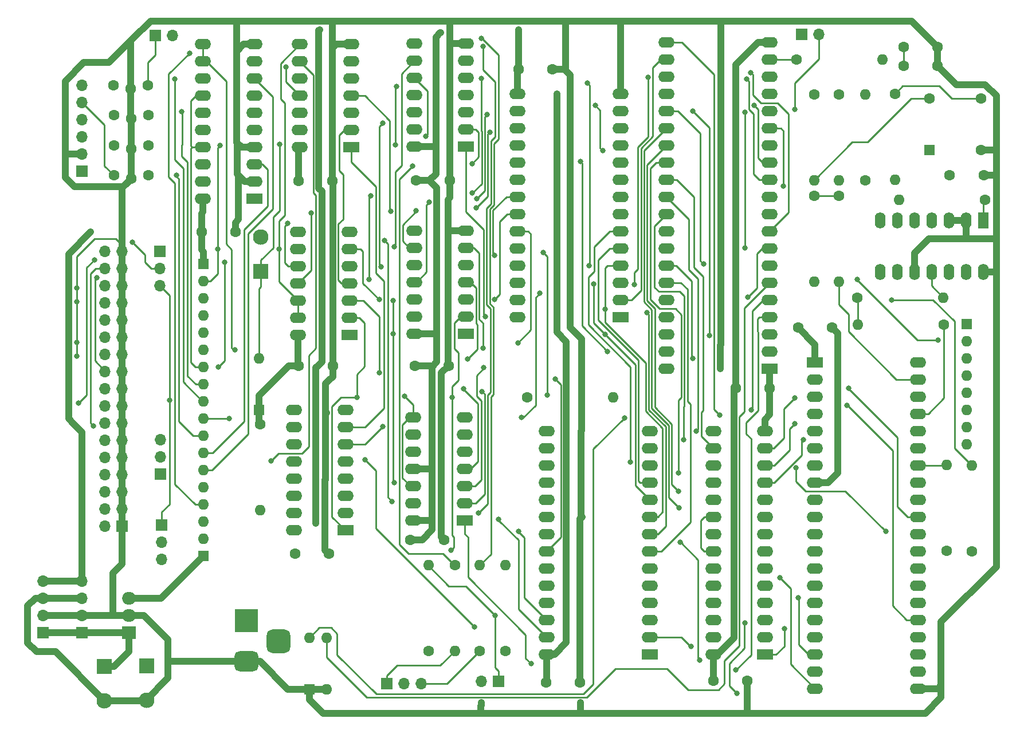
<source format=gbr>
%TF.GenerationSoftware,KiCad,Pcbnew,9.0.4*%
%TF.CreationDate,2025-09-17T13:48:32-04:00*%
%TF.ProjectId,C1581i,43313538-3169-42e6-9b69-6361645f7063,PROTO 2*%
%TF.SameCoordinates,Original*%
%TF.FileFunction,Copper,L2,Bot*%
%TF.FilePolarity,Positive*%
%FSLAX46Y46*%
G04 Gerber Fmt 4.6, Leading zero omitted, Abs format (unit mm)*
G04 Created by KiCad (PCBNEW 9.0.4) date 2025-09-17 13:48:32*
%MOMM*%
%LPD*%
G01*
G04 APERTURE LIST*
G04 Aperture macros list*
%AMRoundRect*
0 Rectangle with rounded corners*
0 $1 Rounding radius*
0 $2 $3 $4 $5 $6 $7 $8 $9 X,Y pos of 4 corners*
0 Add a 4 corners polygon primitive as box body*
4,1,4,$2,$3,$4,$5,$6,$7,$8,$9,$2,$3,0*
0 Add four circle primitives for the rounded corners*
1,1,$1+$1,$2,$3*
1,1,$1+$1,$4,$5*
1,1,$1+$1,$6,$7*
1,1,$1+$1,$8,$9*
0 Add four rect primitives between the rounded corners*
20,1,$1+$1,$2,$3,$4,$5,0*
20,1,$1+$1,$4,$5,$6,$7,0*
20,1,$1+$1,$6,$7,$8,$9,0*
20,1,$1+$1,$8,$9,$2,$3,0*%
G04 Aperture macros list end*
%TA.AperFunction,ComponentPad*%
%ADD10C,1.600000*%
%TD*%
%TA.AperFunction,ComponentPad*%
%ADD11R,2.400000X1.600000*%
%TD*%
%TA.AperFunction,ComponentPad*%
%ADD12O,2.400000X1.600000*%
%TD*%
%TA.AperFunction,ComponentPad*%
%ADD13O,1.600000X1.600000*%
%TD*%
%TA.AperFunction,ComponentPad*%
%ADD14R,1.600000X1.600000*%
%TD*%
%TA.AperFunction,ComponentPad*%
%ADD15R,2.300000X2.300000*%
%TD*%
%TA.AperFunction,ComponentPad*%
%ADD16C,2.300000*%
%TD*%
%TA.AperFunction,ComponentPad*%
%ADD17R,1.700000X1.700000*%
%TD*%
%TA.AperFunction,ComponentPad*%
%ADD18O,1.700000X1.700000*%
%TD*%
%TA.AperFunction,ComponentPad*%
%ADD19R,2.000000X1.905000*%
%TD*%
%TA.AperFunction,ComponentPad*%
%ADD20O,2.000000X1.905000*%
%TD*%
%TA.AperFunction,ComponentPad*%
%ADD21R,1.600000X2.400000*%
%TD*%
%TA.AperFunction,ComponentPad*%
%ADD22O,1.600000X2.400000*%
%TD*%
%TA.AperFunction,ComponentPad*%
%ADD23R,3.500000X3.500000*%
%TD*%
%TA.AperFunction,ComponentPad*%
%ADD24RoundRect,0.750000X1.000000X-0.750000X1.000000X0.750000X-1.000000X0.750000X-1.000000X-0.750000X0*%
%TD*%
%TA.AperFunction,ComponentPad*%
%ADD25RoundRect,0.875000X0.875000X-0.875000X0.875000X0.875000X-0.875000X0.875000X-0.875000X-0.875000X0*%
%TD*%
%TA.AperFunction,ViaPad*%
%ADD26C,0.800000*%
%TD*%
%TA.AperFunction,Conductor*%
%ADD27C,0.250000*%
%TD*%
%TA.AperFunction,Conductor*%
%ADD28C,1.000000*%
%TD*%
G04 APERTURE END LIST*
D10*
%TO.P,EM2,3,3*%
%TO.N,Net-(CN7-Pin_3)*%
X106725000Y-48370000D03*
%TO.P,EM2,2,2*%
%TO.N,GND*%
X109265000Y-48878000D03*
%TO.P,EM2,1,1*%
%TO.N,Net-(J6-Pin_1)*%
X111805000Y-48370000D03*
%TD*%
D11*
%TO.P,U12,1*%
%TO.N,ACTLED*%
X158790000Y-57440000D03*
D12*
%TO.P,U12,2*%
%TO.N,Net-(R13-Pad1)*%
X158790000Y-54900000D03*
%TO.P,U12,3*%
%TO.N,DATA_OUT*%
X158790000Y-52360000D03*
%TO.P,U12,4*%
%TO.N,DATA*%
X158790000Y-49820000D03*
%TO.P,U12,5*%
%TO.N,CLK_OUT*%
X158790000Y-47280000D03*
%TO.P,U12,6*%
%TO.N,SLOW_CLK*%
X158790000Y-44740000D03*
%TO.P,U12,7,GND*%
%TO.N,GND*%
X158790000Y-42200000D03*
%TO.P,U12,8*%
%TO.N,Net-(R12-Pad2)*%
X151170000Y-42200000D03*
%TO.P,U12,9*%
%TO.N,POWERLED*%
X151170000Y-44740000D03*
%TO.P,U12,10*%
%TO.N,Net-(D1-A)*%
X151170000Y-47280000D03*
%TO.P,U12,11*%
%TO.N,Net-(U12-Pad11)*%
X151170000Y-49820000D03*
%TO.P,U12,12*%
%TO.N,~{RESET}*%
X151170000Y-52360000D03*
%TO.P,U12,13*%
%TO.N,Net-(U12-Pad13)*%
X151170000Y-54900000D03*
%TO.P,U12,14,VCC*%
%TO.N,5V*%
X151170000Y-57440000D03*
%TD*%
D10*
%TO.P,C14,1*%
%TO.N,Net-(X1-Vcc)*%
X223470000Y-42690000D03*
%TO.P,C14,2*%
%TO.N,GND*%
X228470000Y-42690000D03*
%TD*%
%TO.P,C5,1*%
%TO.N,5V*%
X198660000Y-93130000D03*
%TO.P,C5,2*%
%TO.N,GND*%
X203660000Y-93130000D03*
%TD*%
%TO.P,FB3,1*%
%TO.N,Net-(U10-Q1)*%
X217810000Y-62460000D03*
D13*
%TO.P,FB3,2*%
%TO.N,Net-(FB3-Pad2)*%
X217810000Y-49760000D03*
%TD*%
D14*
%TO.P,RP1,1,R1*%
%TO.N,5V*%
X120010000Y-74780000D03*
D13*
%TO.P,RP1,2,R1.2*%
%TO.N,~{RDY}*%
X120010000Y-77320000D03*
%TO.P,RP1,3,R2.2*%
%TO.N,READDATA*%
X120010000Y-79860000D03*
%TO.P,RP1,4,R3.2*%
%TO.N,WRITEPROTECT*%
X120010000Y-82400000D03*
%TO.P,RP1,5,R4.2*%
%TO.N,TRACK00*%
X120010000Y-84940000D03*
%TO.P,RP1,6,R5.2*%
%TO.N,CNT*%
X120010000Y-87480000D03*
%TO.P,RP1,7,R6.2*%
%TO.N,SP*%
X120010000Y-90020000D03*
%TO.P,RP1,8,R7.2*%
%TO.N,SLOW_CLK*%
X120010000Y-92560000D03*
%TO.P,RP1,9,R8.2*%
%TO.N,~{DRV_RESET}*%
X120010000Y-95100000D03*
%TD*%
D15*
%TO.P,C91,1*%
%TO.N,5V*%
X111590000Y-134230000D03*
D16*
%TO.P,C91,2*%
%TO.N,GND*%
X111590000Y-139310000D03*
%TD*%
D17*
%TO.P,J2,1,Pin_1*%
%TO.N,~{DISKCHANGE}*%
X113800000Y-113350000D03*
D18*
%TO.P,J2,2,Pin_2*%
%TO.N,FD_PIN2*%
X113800000Y-115890000D03*
%TO.P,J2,3,Pin_3*%
%TO.N,unconnected-(J2-Pin_3-Pad3)*%
X113800000Y-118430000D03*
%TD*%
D14*
%TO.P,D1,1,K*%
%TO.N,5V*%
X128220000Y-96380000D03*
D13*
%TO.P,D1,2,A*%
%TO.N,Net-(D1-A)*%
X128220000Y-88760000D03*
%TD*%
D10*
%TO.P,EM3,1,1*%
%TO.N,DATA*%
X111835000Y-61692000D03*
%TO.P,EM3,2,2*%
%TO.N,GND*%
X109295000Y-62200000D03*
%TO.P,EM3,3,3*%
%TO.N,Net-(CN7-Pin_5)*%
X106755000Y-61692000D03*
%TD*%
%TO.P,C10,1*%
%TO.N,5V*%
X230260000Y-61650000D03*
%TO.P,C10,2*%
%TO.N,GND*%
X235260000Y-61650000D03*
%TD*%
%TO.P,C1,1*%
%TO.N,5V*%
X212850000Y-84190000D03*
%TO.P,C1,2*%
%TO.N,GND*%
X207850000Y-84190000D03*
%TD*%
%TO.P,R2,1*%
%TO.N,5V*%
X128371600Y-98501200D03*
D13*
%TO.P,R2,2*%
%TO.N,~{DISKCHANGE}*%
X128371600Y-111201200D03*
%TD*%
D10*
%TO.P,R5,1*%
%TO.N,Net-(JP1-A)*%
X207590000Y-44590000D03*
D13*
%TO.P,R5,2*%
%TO.N,5V*%
X220290000Y-44590000D03*
%TD*%
D10*
%TO.P,EM4,1,1*%
%TO.N,SLOW_CLK*%
X111834999Y-57230000D03*
%TO.P,EM4,2,2*%
%TO.N,GND*%
X109294999Y-57738000D03*
%TO.P,EM4,3,3*%
%TO.N,Net-(CN7-Pin_4)*%
X106754999Y-57230000D03*
%TD*%
%TO.P,R1,1*%
%TO.N,Net-(FB1-Pad1)*%
X233500000Y-117260000D03*
D13*
%TO.P,R1,2*%
%TO.N,R{slash}~{W}*%
X233500000Y-104560000D03*
%TD*%
D17*
%TO.P,J3,1,Pin_1*%
%TO.N,SELECT0*%
X113650000Y-105875000D03*
D18*
%TO.P,J3,2,Pin_2*%
%TO.N,GND*%
X113650000Y-103335000D03*
%TO.P,J3,3,Pin_3*%
%TO.N,SELECT1*%
X113650000Y-100795000D03*
%TD*%
D10*
%TO.P,C3,1*%
%TO.N,5V*%
X195330000Y-136410000D03*
%TO.P,C3,2*%
%TO.N,GND*%
X200330000Y-136410000D03*
%TD*%
D17*
%TO.P,J1,1,Pin_1*%
%TO.N,~{RDY}*%
X113570000Y-72900000D03*
D18*
%TO.P,J1,2,Pin_2*%
%TO.N,FD_PIN34*%
X113570000Y-75440000D03*
%TO.P,J1,3,Pin_3*%
%TO.N,~{DISKCHANGE}*%
X113570000Y-77980000D03*
%TD*%
D17*
%TO.P,J5,1,Pin_1*%
%TO.N,Net-(J5-Pin_1)*%
X163590000Y-136470000D03*
D18*
%TO.P,J5,2,Pin_2*%
%TO.N,GND*%
X161050000Y-136470000D03*
%TD*%
D10*
%TO.P,R10,1*%
%TO.N,PHI0*%
X229410000Y-83720000D03*
D13*
%TO.P,R10,2*%
%TO.N,Net-(FB5-Pad1)*%
X216710000Y-83720000D03*
%TD*%
D15*
%TO.P,C20,1*%
%TO.N,Net-(D1-A)*%
X128480000Y-75890000D03*
D16*
%TO.P,C20,2*%
%TO.N,GND*%
X128480000Y-70810000D03*
%TD*%
D10*
%TO.P,C15,1*%
%TO.N,Net-(X1-Vcc)*%
X223470000Y-45460000D03*
%TO.P,C15,2*%
%TO.N,GND*%
X228470000Y-45460000D03*
%TD*%
D15*
%TO.P,C90,1*%
%TO.N,12V*%
X105370000Y-134270000D03*
D16*
%TO.P,C90,2*%
%TO.N,GND*%
X105370000Y-139350000D03*
%TD*%
D10*
%TO.P,FB1,1*%
%TO.N,Net-(FB1-Pad1)*%
X229760000Y-117240000D03*
D13*
%TO.P,FB1,2*%
%TO.N,Net-(U1-R{slash}~{W})*%
X229760000Y-104540000D03*
%TD*%
D11*
%TO.P,U3,1,A14*%
%TO.N,A14*%
X202950000Y-132530000D03*
D12*
%TO.P,U3,2,A12*%
%TO.N,A12*%
X202950000Y-129990000D03*
%TO.P,U3,3,A7*%
%TO.N,A7*%
X202950000Y-127450000D03*
%TO.P,U3,4,A6*%
%TO.N,A6*%
X202950000Y-124910000D03*
%TO.P,U3,5,A5*%
%TO.N,A5*%
X202950000Y-122370000D03*
%TO.P,U3,6,A4*%
%TO.N,A4*%
X202950000Y-119830000D03*
%TO.P,U3,7,A3*%
%TO.N,A3*%
X202950000Y-117290000D03*
%TO.P,U3,8,A2*%
%TO.N,A2*%
X202950000Y-114750000D03*
%TO.P,U3,9,A1*%
%TO.N,A1*%
X202950000Y-112210000D03*
%TO.P,U3,10,A0*%
%TO.N,A0*%
X202950000Y-109670000D03*
%TO.P,U3,11,D0*%
%TO.N,D0*%
X202950000Y-107130000D03*
%TO.P,U3,12,D1*%
%TO.N,D1*%
X202950000Y-104590000D03*
%TO.P,U3,13,D2*%
%TO.N,D2*%
X202950000Y-102050000D03*
%TO.P,U3,14,GND*%
%TO.N,GND*%
X202950000Y-99510000D03*
%TO.P,U3,15,D3*%
%TO.N,D3*%
X195330000Y-99510000D03*
%TO.P,U3,16,D4*%
%TO.N,D4*%
X195330000Y-102050000D03*
%TO.P,U3,17,D5*%
%TO.N,D5*%
X195330000Y-104590000D03*
%TO.P,U3,18,D6*%
%TO.N,D6*%
X195330000Y-107130000D03*
%TO.P,U3,19,D7*%
%TO.N,D7*%
X195330000Y-109670000D03*
%TO.P,U3,20,~{CE}*%
%TO.N,~{RAM_OE}*%
X195330000Y-112210000D03*
%TO.P,U3,21,A10*%
%TO.N,A10*%
X195330000Y-114750000D03*
%TO.P,U3,22,~{OE}*%
%TO.N,~{RAM_OE}*%
X195330000Y-117290000D03*
%TO.P,U3,23,A11*%
%TO.N,A11*%
X195330000Y-119830000D03*
%TO.P,U3,24,A9*%
%TO.N,A9*%
X195330000Y-122370000D03*
%TO.P,U3,25,A8*%
%TO.N,A8*%
X195330000Y-124910000D03*
%TO.P,U3,26,A13*%
%TO.N,A13*%
X195330000Y-127450000D03*
%TO.P,U3,27,~{WE}*%
%TO.N,~{RAMWE}*%
X195330000Y-129990000D03*
%TO.P,U3,28,VCC*%
%TO.N,5V*%
X195330000Y-132530000D03*
%TD*%
D10*
%TO.P,R14,1*%
%TO.N,RED_LED*%
X164580000Y-132010000D03*
D13*
%TO.P,R14,2*%
%TO.N,GND*%
X164580000Y-119310000D03*
%TD*%
D14*
%TO.P,SW1,1*%
%TO.N,GND*%
X135636000Y-137668000D03*
D13*
%TO.P,SW1,2*%
X138176000Y-137668000D03*
%TO.P,SW1,3*%
%TO.N,Net-(U5-PA4)*%
X138176000Y-130048000D03*
%TO.P,SW1,4*%
%TO.N,Net-(U5-PA3)*%
X135636000Y-130048000D03*
%TD*%
D10*
%TO.P,FB2,1*%
%TO.N,Net-(FB2-Pad1)*%
X213870000Y-64680000D03*
D13*
%TO.P,FB2,2*%
%TO.N,Net-(U1-02)*%
X213870000Y-77380000D03*
%TD*%
D10*
%TO.P,C11,1*%
%TO.N,5V*%
X150570000Y-115560000D03*
%TO.P,C11,2*%
%TO.N,GND*%
X155570000Y-115560000D03*
%TD*%
%TO.P,R12,1*%
%TO.N,RED_LED*%
X160820000Y-132010000D03*
D13*
%TO.P,R12,2*%
%TO.N,Net-(R12-Pad2)*%
X160820000Y-119310000D03*
%TD*%
D11*
%TO.P,U13,1,OEa*%
%TO.N,FAST_SER_DIR*%
X127560000Y-65170000D03*
D12*
%TO.P,U13,2,I0a*%
%TO.N,GND*%
X127560000Y-62630000D03*
%TO.P,U13,3,O3b*%
%TO.N,Net-(RP11F-R6.2)*%
X127560000Y-60090000D03*
%TO.P,U13,4,I1a*%
%TO.N,GND*%
X127560000Y-57550000D03*
%TO.P,U13,5,O2b*%
%TO.N,unconnected-(U13-O2b-Pad5)*%
X127560000Y-55010000D03*
%TO.P,U13,6,I2a*%
%TO.N,DATA*%
X127560000Y-52470000D03*
%TO.P,U13,7,O1b*%
%TO.N,unconnected-(U13-O1b-Pad7)*%
X127560000Y-49930000D03*
%TO.P,U13,8,I3a*%
%TO.N,FAST_CLK*%
X127560000Y-47390000D03*
%TO.P,U13,9,O0b*%
%TO.N,Net-(RP11C-R3.2)*%
X127560000Y-44850000D03*
%TO.P,U13,10,GND*%
%TO.N,GND*%
X127560000Y-42310000D03*
%TO.P,U13,11,I0b*%
%TO.N,CNT*%
X119940000Y-42310000D03*
%TO.P,U13,12,O3a*%
X119940000Y-44850000D03*
%TO.P,U13,13,I1b*%
%TO.N,GND*%
X119940000Y-47390000D03*
%TO.P,U13,14,O2a*%
%TO.N,SP*%
X119940000Y-49930000D03*
%TO.P,U13,15,I2b*%
%TO.N,GND*%
X119940000Y-52470000D03*
%TO.P,U13,16,O1a*%
%TO.N,unconnected-(U13-O1a-Pad16)*%
X119940000Y-55010000D03*
%TO.P,U13,17,I3b*%
%TO.N,SP*%
X119940000Y-57550000D03*
%TO.P,U13,18,O0a*%
%TO.N,unconnected-(U13-O0a-Pad18)*%
X119940000Y-60090000D03*
%TO.P,U13,19,OEb*%
%TO.N,FAST_SER_DIR*%
X119940000Y-62630000D03*
%TO.P,U13,20,VCC*%
%TO.N,5V*%
X119940000Y-65170000D03*
%TD*%
D19*
%TO.P,U90,1,IN*%
%TO.N,12V*%
X108966000Y-129286000D03*
D20*
%TO.P,U90,2,GND*%
%TO.N,GND*%
X108966000Y-126746000D03*
%TO.P,U90,3,OUT*%
%TO.N,5V*%
X108966000Y-124206000D03*
%TD*%
D17*
%TO.P,J6,1,Pin_1*%
%TO.N,Net-(J6-Pin_1)*%
X112903000Y-40970200D03*
D18*
%TO.P,J6,2,Pin_2*%
%TO.N,~{ATN}*%
X115443000Y-40970200D03*
%TD*%
D10*
%TO.P,C8,1*%
%TO.N,5V*%
X151210000Y-89860000D03*
%TO.P,C8,2*%
%TO.N,GND*%
X156210000Y-89860000D03*
%TD*%
D17*
%TO.P,CN2,1,Pin_1*%
%TO.N,GND*%
X107970000Y-113540000D03*
D18*
%TO.P,CN2,2,Pin_2*%
%TO.N,FD_PIN2*%
X105430000Y-113540000D03*
%TO.P,CN2,3,Pin_3*%
%TO.N,GND*%
X107970000Y-111000000D03*
%TO.P,CN2,4,Pin_4*%
%TO.N,unconnected-(CN2-Pin_4-Pad4)*%
X105430000Y-111000000D03*
%TO.P,CN2,5,Pin_5*%
%TO.N,GND*%
X107970000Y-108460000D03*
%TO.P,CN2,6,Pin_6*%
%TO.N,unconnected-(CN2-Pin_6-Pad6)*%
X105430000Y-108460000D03*
%TO.P,CN2,7,Pin_7*%
%TO.N,GND*%
X107970000Y-105920000D03*
%TO.P,CN2,8,Pin_8*%
%TO.N,INDEX*%
X105430000Y-105920000D03*
%TO.P,CN2,9,Pin_9*%
%TO.N,GND*%
X107970000Y-103380000D03*
%TO.P,CN2,10,Pin_10*%
%TO.N,SELECT0*%
X105430000Y-103380000D03*
%TO.P,CN2,11,Pin_11*%
%TO.N,GND*%
X107970000Y-100840000D03*
%TO.P,CN2,12,Pin_12*%
%TO.N,SELECT1*%
X105430000Y-100840000D03*
%TO.P,CN2,13,Pin_13*%
%TO.N,GND*%
X107970000Y-98300000D03*
%TO.P,CN2,14,Pin_14*%
%TO.N,unconnected-(CN2-Pin_14-Pad14)*%
X105430000Y-98300000D03*
%TO.P,CN2,15,Pin_15*%
%TO.N,GND*%
X107970000Y-95760000D03*
%TO.P,CN2,16,Pin_16*%
%TO.N,MOTOREN*%
X105430000Y-95760000D03*
%TO.P,CN2,17,Pin_17*%
%TO.N,GND*%
X107970000Y-93220000D03*
%TO.P,CN2,18,Pin_18*%
%TO.N,DIRECTION*%
X105430000Y-93220000D03*
%TO.P,CN2,19,Pin_19*%
%TO.N,GND*%
X107970000Y-90680000D03*
%TO.P,CN2,20,Pin_20*%
%TO.N,STEP*%
X105430000Y-90680000D03*
%TO.P,CN2,21,Pin_21*%
%TO.N,GND*%
X107970000Y-88140000D03*
%TO.P,CN2,22,Pin_22*%
%TO.N,WRITEDATA*%
X105430000Y-88140000D03*
%TO.P,CN2,23,Pin_23*%
%TO.N,GND*%
X107970000Y-85600000D03*
%TO.P,CN2,24,Pin_24*%
%TO.N,WRITEGATE*%
X105430000Y-85600000D03*
%TO.P,CN2,25,Pin_25*%
%TO.N,GND*%
X107970000Y-83060000D03*
%TO.P,CN2,26,Pin_26*%
%TO.N,TRACK00*%
X105430000Y-83060000D03*
%TO.P,CN2,27,Pin_27*%
%TO.N,GND*%
X107970000Y-80520000D03*
%TO.P,CN2,28,Pin_28*%
%TO.N,WRITEPROTECT*%
X105430000Y-80520000D03*
%TO.P,CN2,29,Pin_29*%
%TO.N,GND*%
X107970000Y-77980000D03*
%TO.P,CN2,30,Pin_30*%
%TO.N,READDATA*%
X105430000Y-77980000D03*
%TO.P,CN2,31,Pin_31*%
%TO.N,GND*%
X107970000Y-75440000D03*
%TO.P,CN2,32,Pin_32*%
%TO.N,SIDESELECT*%
X105430000Y-75440000D03*
%TO.P,CN2,33,Pin_33*%
%TO.N,GND*%
X107970000Y-72900000D03*
%TO.P,CN2,34,Pin_34*%
%TO.N,FD_PIN34*%
X105430000Y-72900000D03*
%TD*%
D21*
%TO.P,U10,1,CP1..3*%
%TO.N,Net-(U10-CP1..3)*%
X235210000Y-68380000D03*
D22*
%TO.P,U10,2,R0(1)*%
%TO.N,GND*%
X232670000Y-68380000D03*
%TO.P,U10,3,R0(2)*%
X230130000Y-68380000D03*
%TO.P,U10,4*%
%TO.N,N/C*%
X227590000Y-68380000D03*
%TO.P,U10,5,VCC*%
%TO.N,5V*%
X225050000Y-68380000D03*
%TO.P,U10,6*%
%TO.N,N/C*%
X222510000Y-68380000D03*
%TO.P,U10,7*%
X219970000Y-68380000D03*
%TO.P,U10,8,Q2*%
%TO.N,unconnected-(U10-Q2-Pad8)*%
X219970000Y-76000000D03*
%TO.P,U10,9,Q1*%
%TO.N,Net-(U10-Q1)*%
X222510000Y-76000000D03*
%TO.P,U10,10,GND*%
%TO.N,GND*%
X225050000Y-76000000D03*
%TO.P,U10,11,Q3*%
%TO.N,Net-(U10-Q3)*%
X227590000Y-76000000D03*
%TO.P,U10,12,Q0*%
%TO.N,unconnected-(U10-Q0-Pad12)*%
X230130000Y-76000000D03*
%TO.P,U10,13*%
%TO.N,N/C*%
X232670000Y-76000000D03*
%TO.P,U10,14,CP0*%
%TO.N,GND*%
X235210000Y-76000000D03*
%TD*%
D17*
%TO.P,CN1,1,Pin_1*%
%TO.N,12V*%
X102006400Y-129286000D03*
D18*
%TO.P,CN1,2,Pin_2*%
%TO.N,GND*%
X102006400Y-126746000D03*
%TO.P,CN1,3,Pin_3*%
X102006400Y-124206000D03*
%TO.P,CN1,4,Pin_4*%
%TO.N,5V*%
X102006400Y-121666000D03*
%TD*%
D17*
%TO.P,JP1,1,A*%
%TO.N,Net-(JP1-A)*%
X208340000Y-40790000D03*
D18*
%TO.P,JP1,2,B*%
%TO.N,PHI2*%
X210880000Y-40790000D03*
%TD*%
D10*
%TO.P,FB5,1*%
%TO.N,Net-(FB5-Pad1)*%
X216630000Y-79760000D03*
D13*
%TO.P,FB5,2*%
%TO.N,Net-(U10-Q3)*%
X229330000Y-79760000D03*
%TD*%
D10*
%TO.P,R4,1*%
%TO.N,Net-(U6B-E)*%
X167800000Y-94480000D03*
D13*
%TO.P,R4,2*%
%TO.N,5V*%
X180500000Y-94480000D03*
%TD*%
D10*
%TO.P,R13,1*%
%TO.N,Net-(R13-Pad1)*%
X157120000Y-119320000D03*
D13*
%TO.P,R13,2*%
%TO.N,GREEN_LED*%
X157120000Y-132020000D03*
%TD*%
D10*
%TO.P,C4,1*%
%TO.N,5V*%
X166520000Y-46010000D03*
%TO.P,C4,2*%
%TO.N,GND*%
X171520000Y-46010000D03*
%TD*%
%TO.P,FB6,1*%
%TO.N,5V*%
X210210000Y-49700000D03*
D13*
%TO.P,FB6,2*%
%TO.N,Net-(X1-Vcc)*%
X210210000Y-62400000D03*
%TD*%
D10*
%TO.P,C9,1*%
%TO.N,5V*%
X134020000Y-62520000D03*
%TO.P,C9,2*%
%TO.N,GND*%
X139020000Y-62520000D03*
%TD*%
D11*
%TO.P,U4,1,~{CS}*%
%TO.N,~{WD_CS}*%
X181580000Y-82640000D03*
D12*
%TO.P,U4,2,R/~{W}*%
%TO.N,R{slash}~{W}*%
X181580000Y-80100000D03*
%TO.P,U4,3,A0*%
%TO.N,A0*%
X181580000Y-77560000D03*
%TO.P,U4,4,A1*%
%TO.N,A1*%
X181580000Y-75020000D03*
%TO.P,U4,5,D0*%
%TO.N,D0*%
X181580000Y-72480000D03*
%TO.P,U4,6,D1*%
%TO.N,D1*%
X181580000Y-69940000D03*
%TO.P,U4,7,D2*%
%TO.N,D2*%
X181580000Y-67400000D03*
%TO.P,U4,8,D3*%
%TO.N,D3*%
X181580000Y-64860000D03*
%TO.P,U4,9,D4*%
%TO.N,D4*%
X181580000Y-62320000D03*
%TO.P,U4,10,D5*%
%TO.N,D5*%
X181580000Y-59780000D03*
%TO.P,U4,11,D6*%
%TO.N,D6*%
X181580000Y-57240000D03*
%TO.P,U4,12,D7*%
%TO.N,D7*%
X181580000Y-54700000D03*
%TO.P,U4,13,~{RES}*%
%TO.N,~{RESET}*%
X181580000Y-52160000D03*
%TO.P,U4,14,GND*%
%TO.N,GND*%
X181580000Y-49620000D03*
%TO.P,U4,15,VCC*%
%TO.N,5V*%
X166340000Y-49620000D03*
%TO.P,U4,16,STEP*%
%TO.N,Net-(U4-STEP)*%
X166340000Y-52160000D03*
%TO.P,U4,17,DIRC*%
%TO.N,Net-(U4-DIRC)*%
X166340000Y-54700000D03*
%TO.P,U4,18,CLK*%
%TO.N,FDC_CLOCK*%
X166340000Y-57240000D03*
%TO.P,U4,19,~{RD}*%
%TO.N,READDATA*%
X166340000Y-59780000D03*
%TO.P,U4,20,MO*%
%TO.N,unconnected-(U4-MO-Pad20)*%
X166340000Y-62320000D03*
%TO.P,U4,21,WG*%
%TO.N,Net-(U4-WG)*%
X166340000Y-64860000D03*
%TO.P,U4,22,WD*%
%TO.N,Net-(U4-WD)*%
X166340000Y-67400000D03*
%TO.P,U4,23,~{TR00}*%
%TO.N,TRACK00*%
X166340000Y-69940000D03*
%TO.P,U4,24,~{IP}*%
%TO.N,INDEX*%
X166340000Y-72480000D03*
%TO.P,U4,25,~{WPRT}*%
%TO.N,WRITEPROTECT*%
X166340000Y-75020000D03*
%TO.P,U4,26,~{DDEN}*%
%TO.N,unconnected-(U4-~{DDEN}-Pad26)*%
X166340000Y-77560000D03*
%TO.P,U4,27,DRQ*%
%TO.N,unconnected-(U4-DRQ-Pad27)*%
X166340000Y-80100000D03*
%TO.P,U4,28,INTRQ*%
%TO.N,unconnected-(U4-INTRQ-Pad28)*%
X166340000Y-82640000D03*
%TD*%
D10*
%TO.P,EM1,1,1*%
%TO.N,FAST_CLK*%
X111825000Y-52730000D03*
%TO.P,EM1,2,2*%
%TO.N,GND*%
X109285000Y-53238000D03*
%TO.P,EM1,3,3*%
%TO.N,Net-(CN7-Pin_1)*%
X106745000Y-52730000D03*
%TD*%
%TO.P,C12,1*%
%TO.N,5V*%
X151400000Y-62410000D03*
%TO.P,C12,2*%
%TO.N,GND*%
X156400000Y-62410000D03*
%TD*%
%TO.P,C13,1*%
%TO.N,5V*%
X119690000Y-70060000D03*
%TO.P,C13,2*%
%TO.N,GND*%
X124690000Y-70060000D03*
%TD*%
%TO.P,C7,1*%
%TO.N,5V*%
X134080000Y-89890000D03*
%TO.P,C7,2*%
%TO.N,GND*%
X139080000Y-89890000D03*
%TD*%
%TO.P,C2,1*%
%TO.N,5V*%
X170620000Y-136690000D03*
%TO.P,C2,2*%
%TO.N,GND*%
X175620000Y-136690000D03*
%TD*%
%TO.P,R3,1*%
%TO.N,Net-(FB2-Pad1)*%
X210230000Y-64710000D03*
D13*
%TO.P,R3,2*%
%TO.N,PHI2*%
X210230000Y-77410000D03*
%TD*%
D17*
%TO.P,CN8,1,Pin_1*%
%TO.N,12V*%
X96276400Y-129286000D03*
D18*
%TO.P,CN8,2,Pin_2*%
%TO.N,GND*%
X96276400Y-126746000D03*
%TO.P,CN8,3,Pin_3*%
X96276400Y-124206000D03*
%TO.P,CN8,4,Pin_4*%
%TO.N,5V*%
X96276400Y-121666000D03*
%TD*%
D11*
%TO.P,U1,1,VSS*%
%TO.N,GND*%
X210340000Y-89330000D03*
D12*
%TO.P,U1,2,RDY*%
%TO.N,RDY*%
X210340000Y-91870000D03*
%TO.P,U1,3,01*%
%TO.N,unconnected-(U1-01-Pad3)*%
X210340000Y-94410000D03*
%TO.P,U1,4,~{IRQ}*%
%TO.N,~{IRQ}*%
X210340000Y-96950000D03*
%TO.P,U1,5,NC*%
%TO.N,unconnected-(U1-NC-Pad5)*%
X210340000Y-99490000D03*
%TO.P,U1,6,~{NMI}*%
%TO.N,~{NMI}*%
X210340000Y-102030000D03*
%TO.P,U1,7,SYNC*%
%TO.N,unconnected-(U1-SYNC-Pad7)*%
X210340000Y-104570000D03*
%TO.P,U1,8,Vcc*%
%TO.N,5V*%
X210340000Y-107110000D03*
%TO.P,U1,9,A0*%
%TO.N,A0*%
X210340000Y-109650000D03*
%TO.P,U1,10,A1*%
%TO.N,A1*%
X210340000Y-112190000D03*
%TO.P,U1,11,A2*%
%TO.N,A2*%
X210340000Y-114730000D03*
%TO.P,U1,12,A3*%
%TO.N,A3*%
X210340000Y-117270000D03*
%TO.P,U1,13,A4*%
%TO.N,A4*%
X210340000Y-119810000D03*
%TO.P,U1,14,A5*%
%TO.N,A5*%
X210340000Y-122350000D03*
%TO.P,U1,15,A6*%
%TO.N,A6*%
X210340000Y-124890000D03*
%TO.P,U1,16,A7*%
%TO.N,A7*%
X210340000Y-127430000D03*
%TO.P,U1,17,A8*%
%TO.N,A8*%
X210340000Y-129970000D03*
%TO.P,U1,18,A9*%
%TO.N,A9*%
X210340000Y-132510000D03*
%TO.P,U1,19,A10*%
%TO.N,A10*%
X210340000Y-135050000D03*
%TO.P,U1,20,A11*%
%TO.N,A11*%
X210340000Y-137590000D03*
%TO.P,U1,21,GND*%
%TO.N,GND*%
X225580000Y-137590000D03*
%TO.P,U1,22,A12*%
%TO.N,A12*%
X225580000Y-135050000D03*
%TO.P,U1,23,A13*%
%TO.N,A13*%
X225580000Y-132510000D03*
%TO.P,U1,24,A14*%
%TO.N,A14*%
X225580000Y-129970000D03*
%TO.P,U1,25,A15*%
%TO.N,A15*%
X225580000Y-127430000D03*
%TO.P,U1,26,D7*%
%TO.N,D7*%
X225580000Y-124890000D03*
%TO.P,U1,27,D6*%
%TO.N,D6*%
X225580000Y-122350000D03*
%TO.P,U1,28,D5*%
%TO.N,D5*%
X225580000Y-119810000D03*
%TO.P,U1,29,D4*%
%TO.N,D4*%
X225580000Y-117270000D03*
%TO.P,U1,30,D3*%
%TO.N,D3*%
X225580000Y-114730000D03*
%TO.P,U1,31,D2*%
%TO.N,D2*%
X225580000Y-112190000D03*
%TO.P,U1,32,D1*%
%TO.N,D1*%
X225580000Y-109650000D03*
%TO.P,U1,33,D0*%
%TO.N,D0*%
X225580000Y-107110000D03*
%TO.P,U1,34,R/~{W}*%
%TO.N,Net-(U1-R{slash}~{W})*%
X225580000Y-104570000D03*
%TO.P,U1,35,NC*%
%TO.N,unconnected-(U1-NC-Pad35)*%
X225580000Y-102030000D03*
%TO.P,U1,36,NC*%
%TO.N,unconnected-(U1-NC-Pad36)*%
X225580000Y-99490000D03*
%TO.P,U1,37,00*%
%TO.N,PHI0*%
X225580000Y-96950000D03*
%TO.P,U1,38,SO*%
%TO.N,S0*%
X225580000Y-94410000D03*
%TO.P,U1,39,02*%
%TO.N,Net-(U1-02)*%
X225580000Y-91870000D03*
%TO.P,U1,40,~{RESET}*%
%TO.N,~{RESET}*%
X225580000Y-89330000D03*
%TD*%
D11*
%TO.P,U7,1*%
%TO.N,R{slash}~{W}*%
X141590000Y-85270000D03*
D12*
%TO.P,U7,2*%
%TO.N,A15*%
X141590000Y-82730000D03*
%TO.P,U7,3*%
%TO.N,~{ROM_OE}*%
X141590000Y-80190000D03*
%TO.P,U7,4*%
%TO.N,Net-(U7-Pad4)*%
X141590000Y-77650000D03*
%TO.P,U7,5*%
%TO.N,PHI2*%
X141590000Y-75110000D03*
%TO.P,U7,6*%
%TO.N,~{WD_CS}*%
X141590000Y-72570000D03*
%TO.P,U7,7,GND*%
%TO.N,GND*%
X141590000Y-70030000D03*
%TO.P,U7,8*%
%TO.N,Net-(U11-Pad13)*%
X133970000Y-70030000D03*
%TO.P,U7,9*%
%TO.N,ATN_IN*%
X133970000Y-72570000D03*
%TO.P,U7,10*%
%TO.N,ATN_ACK*%
X133970000Y-75110000D03*
%TO.P,U7,11*%
%TO.N,~{FLAG}*%
X133970000Y-77650000D03*
%TO.P,U7,12*%
%TO.N,ATN_IN*%
X133970000Y-80190000D03*
%TO.P,U7,13*%
X133970000Y-82730000D03*
%TO.P,U7,14,VCC*%
%TO.N,5V*%
X133970000Y-85270000D03*
%TD*%
D10*
%TO.P,R11,1*%
%TO.N,Net-(FB3-Pad2)*%
X213920000Y-49760000D03*
D13*
%TO.P,R11,2*%
%TO.N,FDC_CLOCK*%
X213920000Y-62460000D03*
%TD*%
D17*
%TO.P,CN5,1,Pin_1*%
%TO.N,GREEN_LED*%
X147080000Y-136830000D03*
D18*
%TO.P,CN5,2,Pin_2*%
%TO.N,5V*%
X149620000Y-136830000D03*
%TO.P,CN5,3,Pin_3*%
%TO.N,RED_LED*%
X152160000Y-136830000D03*
%TD*%
D14*
%TO.P,X1,1,EN*%
%TO.N,5V*%
X227260000Y-57930000D03*
D10*
%TO.P,X1,4,GND*%
%TO.N,GND*%
X234880000Y-57930000D03*
%TO.P,X1,5,OUT*%
%TO.N,Net-(X1-OUT)*%
X234880000Y-50310000D03*
%TO.P,X1,8,Vcc*%
%TO.N,Net-(X1-Vcc)*%
X227260000Y-50310000D03*
%TD*%
D11*
%TO.P,U5,1,VSS*%
%TO.N,GND*%
X203630000Y-90290000D03*
D12*
%TO.P,U5,2,PA0*%
%TO.N,SIDE0*%
X203630000Y-87750000D03*
%TO.P,U5,3,PA1*%
%TO.N,~{RDY}*%
X203630000Y-85210000D03*
%TO.P,U5,4,PA2*%
%TO.N,~{MOTOR}*%
X203630000Y-82670000D03*
%TO.P,U5,5,PA3*%
%TO.N,Net-(U5-PA3)*%
X203630000Y-80130000D03*
%TO.P,U5,6,PA4*%
%TO.N,Net-(U5-PA4)*%
X203630000Y-77590000D03*
%TO.P,U5,7,PA5*%
%TO.N,POWERLED*%
X203630000Y-75050000D03*
%TO.P,U5,8,PA6*%
%TO.N,ACTLED*%
X203630000Y-72510000D03*
%TO.P,U5,9,PA7*%
%TO.N,~{DISKCHANGE}*%
X203630000Y-69970000D03*
%TO.P,U5,10,PB0*%
%TO.N,DATA_IN*%
X203630000Y-67430000D03*
%TO.P,U5,11,PB1*%
%TO.N,DATA_OUT*%
X203630000Y-64890000D03*
%TO.P,U5,12,PB2*%
%TO.N,CLK_IN*%
X203630000Y-62350000D03*
%TO.P,U5,13,PB3*%
%TO.N,CLK_OUT*%
X203630000Y-59810000D03*
%TO.P,U5,14,PB4*%
%TO.N,ATN_ACK*%
X203630000Y-57270000D03*
%TO.P,U5,15,PB5*%
%TO.N,FAST_SER_DIR*%
X203630000Y-54730000D03*
%TO.P,U5,16,PB6*%
%TO.N,WRITEPROTECT*%
X203630000Y-52190000D03*
%TO.P,U5,17,PB7*%
%TO.N,ATN_IN*%
X203630000Y-49650000D03*
%TO.P,U5,18,~{PC}*%
%TO.N,unconnected-(U5-~{PC}-Pad18)*%
X203630000Y-47110000D03*
%TO.P,U5,19,TOD*%
%TO.N,Net-(JP1-A)*%
X203630000Y-44570000D03*
%TO.P,U5,20,VCC*%
%TO.N,5V*%
X203630000Y-42030000D03*
%TO.P,U5,21,~{IRQ}*%
%TO.N,~{IRQ}*%
X188390000Y-42030000D03*
%TO.P,U5,22,R/~{W}*%
%TO.N,R{slash}~{W}*%
X188390000Y-44570000D03*
%TO.P,U5,23,~{CS}*%
%TO.N,~{CIA_SEL}*%
X188390000Y-47110000D03*
%TO.P,U5,24,~{FLAG}*%
%TO.N,~{FLAG}*%
X188390000Y-49650000D03*
%TO.P,U5,25,\u03D52*%
%TO.N,PHI2*%
X188390000Y-52190000D03*
%TO.P,U5,26,D7*%
%TO.N,D7*%
X188390000Y-54730000D03*
%TO.P,U5,27,D6*%
%TO.N,D6*%
X188390000Y-57270000D03*
%TO.P,U5,28,D5*%
%TO.N,D5*%
X188390000Y-59810000D03*
%TO.P,U5,29,D4*%
%TO.N,D4*%
X188390000Y-62350000D03*
%TO.P,U5,30,D3*%
%TO.N,D3*%
X188390000Y-64890000D03*
%TO.P,U5,31,D2*%
%TO.N,D2*%
X188390000Y-67430000D03*
%TO.P,U5,32,D1*%
%TO.N,D1*%
X188390000Y-69970000D03*
%TO.P,U5,33,D0*%
%TO.N,D0*%
X188390000Y-72510000D03*
%TO.P,U5,34,~{RES}*%
%TO.N,~{RESET}*%
X188390000Y-75050000D03*
%TO.P,U5,35,RS3*%
%TO.N,A3*%
X188390000Y-77590000D03*
%TO.P,U5,36,RS2*%
%TO.N,A2*%
X188390000Y-80130000D03*
%TO.P,U5,37,RS1*%
%TO.N,A1*%
X188390000Y-82670000D03*
%TO.P,U5,38,RS0*%
%TO.N,A0*%
X188390000Y-85210000D03*
%TO.P,U5,39,SP*%
%TO.N,SP*%
X188390000Y-87750000D03*
%TO.P,U5,40,CNT*%
%TO.N,CNT*%
X188390000Y-90290000D03*
%TD*%
D10*
%TO.P,C6,1*%
%TO.N,5V*%
X133530000Y-117660000D03*
%TO.P,C6,2*%
%TO.N,GND*%
X138530000Y-117660000D03*
%TD*%
D14*
%TO.P,RP2,1,R1*%
%TO.N,5V*%
X232770000Y-83660000D03*
D13*
%TO.P,RP2,2,R1.2*%
%TO.N,Net-(D1-A)*%
X232770000Y-86200000D03*
%TO.P,RP2,3,R2.2*%
%TO.N,~{RESET}*%
X232770000Y-88740000D03*
%TO.P,RP2,4,R3.2*%
%TO.N,RDY*%
X232770000Y-91280000D03*
%TO.P,RP2,5,R4.2*%
%TO.N,S0*%
X232770000Y-93820000D03*
%TO.P,RP2,6,R5.2*%
%TO.N,~{IRQ}*%
X232770000Y-96360000D03*
%TO.P,RP2,7,R6.2*%
%TO.N,~{NMI}*%
X232770000Y-98900000D03*
%TO.P,RP2,8*%
%TO.N,N/C*%
X232770000Y-101440000D03*
%TD*%
D17*
%TO.P,CN7,1,Pin_1*%
%TO.N,Net-(CN7-Pin_1)*%
X102065000Y-61078000D03*
D18*
%TO.P,CN7,2,Pin_2*%
%TO.N,GND*%
X102065000Y-58538000D03*
%TO.P,CN7,3,Pin_3*%
%TO.N,Net-(CN7-Pin_3)*%
X102065000Y-55998000D03*
%TO.P,CN7,4,Pin_4*%
%TO.N,Net-(CN7-Pin_4)*%
X102065000Y-53458000D03*
%TO.P,CN7,5,Pin_5*%
%TO.N,Net-(CN7-Pin_5)*%
X102065000Y-50918000D03*
%TO.P,CN7,6,Pin_6*%
%TO.N,~{DRV_RESET}*%
X102065000Y-48378000D03*
%TD*%
D11*
%TO.P,U6,1,E*%
%TO.N,A15*%
X140940000Y-114190000D03*
D12*
%TO.P,U6,2,A0*%
%TO.N,A13*%
X140940000Y-111650000D03*
%TO.P,U6,3,A1*%
%TO.N,A14*%
X140940000Y-109110000D03*
%TO.P,U6,4,O0*%
%TO.N,~{RAM_OE}*%
X140940000Y-106570000D03*
%TO.P,U6,5,O1*%
%TO.N,unconnected-(U6A-O1-Pad5)*%
X140940000Y-104030000D03*
%TO.P,U6,6,O2*%
%TO.N,~{CIA_SEL}*%
X140940000Y-101490000D03*
%TO.P,U6,7,O3*%
%TO.N,~{WDSEL}*%
X140940000Y-98950000D03*
%TO.P,U6,8,GND*%
%TO.N,GND*%
X140940000Y-96410000D03*
%TO.P,U6,9,O3*%
%TO.N,unconnected-(U6B-O3-Pad9)*%
X133320000Y-96410000D03*
%TO.P,U6,10,O2*%
%TO.N,unconnected-(U6B-O2-Pad10)*%
X133320000Y-98950000D03*
%TO.P,U6,11,O1*%
%TO.N,unconnected-(U6B-O1-Pad11)*%
X133320000Y-101490000D03*
%TO.P,U6,12,O0*%
%TO.N,~{RAMWE}*%
X133320000Y-104030000D03*
%TO.P,U6,13,A1*%
%TO.N,GND*%
X133320000Y-106570000D03*
%TO.P,U6,14,A0*%
%TO.N,R{slash}~{W}*%
X133320000Y-109110000D03*
%TO.P,U6,15,E*%
%TO.N,Net-(U6B-E)*%
X133320000Y-111650000D03*
%TO.P,U6,16,VCC*%
%TO.N,5V*%
X133320000Y-114190000D03*
%TD*%
D11*
%TO.P,U8,1*%
%TO.N,PHI0*%
X158730000Y-85100000D03*
D12*
%TO.P,U8,2*%
%TO.N,Net-(U6B-E)*%
X158730000Y-82560000D03*
%TO.P,U8,3*%
%TO.N,Net-(U4-WD)*%
X158730000Y-80020000D03*
%TO.P,U8,4*%
%TO.N,WRITEDATA*%
X158730000Y-77480000D03*
%TO.P,U8,5*%
%TO.N,Net-(U4-WG)*%
X158730000Y-74940000D03*
%TO.P,U8,6*%
%TO.N,WRITEGATE*%
X158730000Y-72400000D03*
%TO.P,U8,7,GND*%
%TO.N,GND*%
X158730000Y-69860000D03*
%TO.P,U8,8*%
%TO.N,DIRECTION*%
X151110000Y-69860000D03*
%TO.P,U8,9*%
%TO.N,Net-(U4-DIRC)*%
X151110000Y-72400000D03*
%TO.P,U8,10*%
%TO.N,STEP*%
X151110000Y-74940000D03*
%TO.P,U8,11*%
%TO.N,Net-(U4-STEP)*%
X151110000Y-77480000D03*
%TO.P,U8,12*%
%TO.N,unconnected-(U8-Pad12)*%
X151110000Y-80020000D03*
%TO.P,U8,13*%
%TO.N,unconnected-(U8-Pad13)*%
X151110000Y-82560000D03*
%TO.P,U8,14,VCC*%
%TO.N,5V*%
X151110000Y-85100000D03*
%TD*%
D11*
%TO.P,U2,1,A15*%
%TO.N,Net-(J5-Pin_1)*%
X185910000Y-132510000D03*
D12*
%TO.P,U2,2,A12*%
%TO.N,A12*%
X185910000Y-129970000D03*
%TO.P,U2,3,A7*%
%TO.N,A7*%
X185910000Y-127430000D03*
%TO.P,U2,4,A6*%
%TO.N,A6*%
X185910000Y-124890000D03*
%TO.P,U2,5,A5*%
%TO.N,A5*%
X185910000Y-122350000D03*
%TO.P,U2,6,A4*%
%TO.N,A4*%
X185910000Y-119810000D03*
%TO.P,U2,7,A3*%
%TO.N,A3*%
X185910000Y-117270000D03*
%TO.P,U2,8,A2*%
%TO.N,A2*%
X185910000Y-114730000D03*
%TO.P,U2,9,A1*%
%TO.N,A1*%
X185910000Y-112190000D03*
%TO.P,U2,10,A0*%
%TO.N,A0*%
X185910000Y-109650000D03*
%TO.P,U2,11,D0*%
%TO.N,D0*%
X185910000Y-107110000D03*
%TO.P,U2,12,D1*%
%TO.N,D1*%
X185910000Y-104570000D03*
%TO.P,U2,13,D2*%
%TO.N,D2*%
X185910000Y-102030000D03*
%TO.P,U2,14,GND*%
%TO.N,GND*%
X185910000Y-99490000D03*
%TO.P,U2,15,D3*%
%TO.N,D3*%
X170670000Y-99490000D03*
%TO.P,U2,16,D4*%
%TO.N,D4*%
X170670000Y-102030000D03*
%TO.P,U2,17,D5*%
%TO.N,D5*%
X170670000Y-104570000D03*
%TO.P,U2,18,D6*%
%TO.N,D6*%
X170670000Y-107110000D03*
%TO.P,U2,19,D7*%
%TO.N,D7*%
X170670000Y-109650000D03*
%TO.P,U2,20,~{CE}*%
%TO.N,GND*%
X170670000Y-112190000D03*
%TO.P,U2,21,A10*%
%TO.N,A10*%
X170670000Y-114730000D03*
%TO.P,U2,22,~{OE}*%
%TO.N,~{ROM_OE}*%
X170670000Y-117270000D03*
%TO.P,U2,23,A11*%
%TO.N,A11*%
X170670000Y-119810000D03*
%TO.P,U2,24,A9*%
%TO.N,A9*%
X170670000Y-122350000D03*
%TO.P,U2,25,A8*%
%TO.N,A8*%
X170670000Y-124890000D03*
%TO.P,U2,26,A13*%
%TO.N,A13*%
X170670000Y-127430000D03*
%TO.P,U2,27,A14*%
%TO.N,A14*%
X170670000Y-129970000D03*
%TO.P,U2,28,VCC*%
%TO.N,5V*%
X170670000Y-132510000D03*
%TD*%
D23*
%TO.P,J90,1*%
%TO.N,12V*%
X126364000Y-127556000D03*
D24*
%TO.P,J90,2*%
%TO.N,GND*%
X126364000Y-133556000D03*
D25*
%TO.P,J90,3*%
%TO.N,N/C*%
X131064000Y-130556000D03*
%TD*%
D14*
%TO.P,RP11,1,R1*%
%TO.N,5V*%
X120010000Y-117990000D03*
D13*
%TO.P,RP11,2,R1.2*%
%TO.N,unconnected-(RP11A-R1.2-Pad2)*%
X120010000Y-115450000D03*
%TO.P,RP11,3,R2.2*%
%TO.N,unconnected-(RP11B-R2.2-Pad3)*%
X120010000Y-112910000D03*
%TO.P,RP11,4,R3.2*%
%TO.N,Net-(RP11C-R3.2)*%
X120010000Y-110370000D03*
%TO.P,RP11,5,R4.2*%
%TO.N,~{ATN}*%
X120010000Y-107830000D03*
%TO.P,RP11,6,R5.2*%
%TO.N,FAST_CLK*%
X120010000Y-105290000D03*
%TO.P,RP11,7,R6.2*%
%TO.N,Net-(RP11F-R6.2)*%
X120010000Y-102750000D03*
%TO.P,RP11,8,R7.2*%
%TO.N,DATA*%
X120010000Y-100210000D03*
%TO.P,RP11,9,R8.2*%
%TO.N,INDEX*%
X120010000Y-97670000D03*
%TD*%
D10*
%TO.P,R6,1*%
%TO.N,5V*%
X153240000Y-132050000D03*
D13*
%TO.P,R6,2*%
%TO.N,Net-(J5-Pin_1)*%
X153240000Y-119350000D03*
%TD*%
D11*
%TO.P,U11,1*%
%TO.N,~{MOTOR}*%
X158600000Y-112720000D03*
D12*
%TO.P,U11,2*%
%TO.N,MOTOREN*%
X158600000Y-110180000D03*
%TO.P,U11,3*%
%TO.N,SIDE0*%
X158600000Y-107640000D03*
%TO.P,U11,4*%
%TO.N,SIDESELECT*%
X158600000Y-105100000D03*
%TO.P,U11,5*%
%TO.N,Net-(RP11C-R3.2)*%
X158600000Y-102560000D03*
%TO.P,U11,6*%
%TO.N,FAST_CLK*%
X158600000Y-100020000D03*
%TO.P,U11,7,GND*%
%TO.N,GND*%
X158600000Y-97480000D03*
%TO.P,U11,8*%
%TO.N,DATA*%
X150980000Y-97480000D03*
%TO.P,U11,9*%
%TO.N,Net-(RP11F-R6.2)*%
X150980000Y-100020000D03*
%TO.P,U11,10*%
%TO.N,unconnected-(U11-Pad10)*%
X150980000Y-102560000D03*
%TO.P,U11,11*%
%TO.N,5V*%
X150980000Y-105100000D03*
%TO.P,U11,12*%
%TO.N,DATA*%
X150980000Y-107640000D03*
%TO.P,U11,13*%
%TO.N,Net-(U11-Pad13)*%
X150980000Y-110180000D03*
%TO.P,U11,14,VCC*%
%TO.N,5V*%
X150980000Y-112720000D03*
%TD*%
D11*
%TO.P,U9,1*%
%TO.N,~{WDSEL}*%
X141860000Y-57550000D03*
D12*
%TO.P,U9,2*%
%TO.N,Net-(U7-Pad4)*%
X141860000Y-55010000D03*
%TO.P,U9,3*%
%TO.N,DATA*%
X141860000Y-52470000D03*
%TO.P,U9,4*%
%TO.N,DATA_IN*%
X141860000Y-49930000D03*
%TO.P,U9,5*%
%TO.N,SLOW_CLK*%
X141860000Y-47390000D03*
%TO.P,U9,6*%
%TO.N,CLK_IN*%
X141860000Y-44850000D03*
%TO.P,U9,7,GND*%
%TO.N,GND*%
X141860000Y-42310000D03*
%TO.P,U9,8*%
%TO.N,ATN_IN*%
X134240000Y-42310000D03*
%TO.P,U9,9*%
%TO.N,~{ATN}*%
X134240000Y-44850000D03*
%TO.P,U9,10*%
%TO.N,Net-(U12-Pad11)*%
X134240000Y-47390000D03*
%TO.P,U9,11*%
%TO.N,~{DRV_RESET}*%
X134240000Y-49930000D03*
%TO.P,U9,12*%
%TO.N,Net-(U12-Pad13)*%
X134240000Y-52470000D03*
%TO.P,U9,13*%
%TO.N,Net-(D1-A)*%
X134240000Y-55010000D03*
%TO.P,U9,14,VCC*%
%TO.N,5V*%
X134240000Y-57550000D03*
%TD*%
D10*
%TO.P,R9,1*%
%TO.N,Net-(U10-CP1..3)*%
X235480000Y-65280000D03*
D13*
%TO.P,R9,2*%
%TO.N,Net-(FB4-Pad2)*%
X222780000Y-65280000D03*
%TD*%
D10*
%TO.P,FB4,1*%
%TO.N,Net-(X1-OUT)*%
X222140000Y-49610000D03*
D13*
%TO.P,FB4,2*%
%TO.N,Net-(FB4-Pad2)*%
X222140000Y-62310000D03*
%TD*%
D26*
%TO.N,DIRECTION*%
X122174000Y-90017600D03*
%TO.N,~{RAMWE}*%
X160020000Y-128422400D03*
%TO.N,~{DRV_RESET}*%
X115773200Y-47461000D03*
X132144600Y-45618400D03*
%TO.N,5V*%
X102006400Y-101260000D03*
X137040000Y-62520000D03*
X166510000Y-40125000D03*
X172220000Y-49660000D03*
X137150000Y-40120000D03*
X136600000Y-113100000D03*
X173610000Y-94620000D03*
X136800000Y-89920000D03*
X100766800Y-98394000D03*
X103300000Y-70070000D03*
X102006400Y-103820000D03*
X155065000Y-40595000D03*
%TO.N,GND*%
X138160000Y-96800000D03*
X124910000Y-45960000D03*
X139080000Y-70210000D03*
X161030000Y-139675000D03*
X101306800Y-88374000D03*
X155160000Y-97510000D03*
X101306800Y-78374000D03*
X101306800Y-80384000D03*
X175920000Y-112190000D03*
X124910000Y-52460000D03*
X137970000Y-106720000D03*
X175700000Y-139675000D03*
X196360000Y-90290000D03*
X101306800Y-86374000D03*
X175750000Y-99540000D03*
%TO.N,Net-(D1-A)*%
X228560000Y-86010000D03*
X152857200Y-55930800D03*
X131255500Y-57090000D03*
X216610000Y-77110000D03*
%TO.N,INDEX*%
X123799600Y-97670000D03*
X170205400Y-73075800D03*
X170790000Y-94170000D03*
%TO.N,MOTOREN*%
X161137600Y-93624400D03*
%TO.N,DIRECTION*%
X123090000Y-74510000D03*
%TO.N,STEP*%
X104256800Y-76780000D03*
%TO.N,WRITEDATA*%
X159000000Y-88850000D03*
%TO.N,WRITEGATE*%
X161280000Y-87204500D03*
%TO.N,TRACK00*%
X166430000Y-86480000D03*
%TO.N,WRITEPROTECT*%
X199998212Y-72390000D03*
X199998212Y-52310402D03*
%TO.N,READDATA*%
X144678400Y-64668400D03*
X144424400Y-77054400D03*
%TO.N,SIDESELECT*%
X158394400Y-93218000D03*
X103696800Y-98724000D03*
%TO.N,FD_PIN34*%
X109524800Y-71577200D03*
%TO.N,~{RESET}*%
X176995500Y-75050000D03*
X192260000Y-88730000D03*
X176680000Y-48050000D03*
%TO.N,~{RDY}*%
X194715500Y-85380000D03*
X192300200Y-52200200D03*
X122478800Y-57251600D03*
X101549200Y-95374000D03*
X148386800Y-57200800D03*
X122105500Y-72600000D03*
X148515500Y-48530000D03*
X103866800Y-74154000D03*
%TO.N,~{DISKCHANGE}*%
X160660000Y-111590000D03*
X114964000Y-94930000D03*
X161270000Y-42600500D03*
X200863200Y-46482000D03*
%TO.N,PHI2*%
X207320000Y-51960000D03*
X193878350Y-74802850D03*
X146507200Y-53949600D03*
X146220000Y-75240000D03*
%TO.N,R{slash}~{W}*%
X148150000Y-107110000D03*
X147980000Y-80213200D03*
X221700000Y-80080000D03*
X147980000Y-85100000D03*
%TO.N,Net-(U6B-E)*%
X156770000Y-94500000D03*
X156565600Y-117120000D03*
%TO.N,Net-(R12-Pad2)*%
X161070000Y-41430000D03*
%TO.N,Net-(R13-Pad1)*%
X150870400Y-60299600D03*
X159664400Y-59994800D03*
%TO.N,CNT*%
X124612400Y-87490000D03*
%TO.N,SP*%
X175700000Y-59640000D03*
X179700000Y-87750000D03*
%TO.N,SLOW_CLK*%
X116789200Y-52273200D03*
%TO.N,~{IRQ}*%
X196240000Y-97129000D03*
%TO.N,DATA*%
X149733000Y-94361000D03*
X115976400Y-61692000D03*
%TO.N,~{ATN}*%
X129946400Y-103886000D03*
%TO.N,Net-(U5-PA3)*%
X200890000Y-96404500D03*
X182230000Y-97520000D03*
%TO.N,A0*%
X177605500Y-77710000D03*
X179320000Y-85210000D03*
%TO.N,A1*%
X179310000Y-81470000D03*
%TO.N,A2*%
X185505500Y-81945500D03*
%TO.N,A9*%
X207899000Y-124155200D03*
%TO.N,A10*%
X190398400Y-115970000D03*
X193294000Y-133350000D03*
%TO.N,A11*%
X205140000Y-121150000D03*
%TO.N,A12*%
X191998600Y-131318000D03*
%TO.N,A13*%
X200025000Y-127889000D03*
X198769000Y-138289000D03*
X166573200Y-114300000D03*
%TO.N,A14*%
X205810000Y-128740000D03*
X163576000Y-112522000D03*
%TO.N,A15*%
X142646400Y-94552600D03*
X215087200Y-95680000D03*
%TO.N,D7*%
X190246000Y-110871000D03*
%TO.N,D6*%
X190195200Y-108380000D03*
%TO.N,D5*%
X190189000Y-105695000D03*
%TO.N,D4*%
X220800000Y-114330000D03*
X207570000Y-104960000D03*
%TO.N,D3*%
X192770000Y-99510000D03*
%TO.N,D2*%
X215290400Y-93190000D03*
X207390000Y-94570000D03*
X190924500Y-100800000D03*
%TO.N,D1*%
X183057800Y-104099500D03*
X207370000Y-98400000D03*
%TO.N,D0*%
X208670000Y-100770000D03*
%TO.N,~{ROM_OE}*%
X145955500Y-90830000D03*
X171940000Y-91790000D03*
%TO.N,~{RAMWE}*%
X143865600Y-103733600D03*
%TO.N,~{WD_CS}*%
X145955500Y-80070000D03*
%TO.N,Net-(U4-STEP)*%
X153380000Y-65633600D03*
X161860000Y-52715500D03*
X160375600Y-65125600D03*
%TO.N,Net-(U4-DIRC)*%
X151434800Y-66903600D03*
X162310000Y-55290000D03*
X160324800Y-66446400D03*
%TO.N,Net-(U4-WG)*%
X163024500Y-73480000D03*
%TO.N,Net-(U4-WD)*%
X163024500Y-80020000D03*
%TO.N,SIDE0*%
X161410000Y-90125500D03*
%TO.N,~{MOTOR}*%
X168377701Y-133882299D03*
X198628000Y-134836500D03*
%TO.N,POWERLED*%
X148185500Y-72260000D03*
%TO.N,ACTLED*%
X161671000Y-82550000D03*
X200430000Y-79680000D03*
%TO.N,DATA_IN*%
X147636600Y-67005200D03*
%TO.N,DATA_OUT*%
X178960000Y-58050000D03*
X177860000Y-51360000D03*
%TO.N,CLK_IN*%
X200253600Y-47396400D03*
%TO.N,CLK_OUT*%
X201339500Y-51363548D03*
%TO.N,ATN_ACK*%
X132460000Y-68730000D03*
%TO.N,FAST_SER_DIR*%
X205670000Y-63230000D03*
%TO.N,ATN_IN*%
X131160000Y-72570000D03*
%TO.N,~{CIA_SEL}*%
X169714500Y-79110000D03*
X166979600Y-97485200D03*
X185675500Y-47180000D03*
X183685500Y-77810000D03*
X146505500Y-98861519D03*
%TO.N,~{FLAG}*%
X159715200Y-64325000D03*
X135890000Y-67280500D03*
X161080000Y-47345600D03*
%TO.N,Net-(U11-Pad13)*%
X147864600Y-109894600D03*
X146710000Y-71270000D03*
%TO.N,Net-(RP11C-R3.2)*%
X117930000Y-43630000D03*
%TO.N,Net-(J5-Pin_1)*%
X163110000Y-126737200D03*
%TD*%
D27*
%TO.N,A15*%
X143029600Y-82730000D02*
X141590000Y-82730000D01*
X143764000Y-83464400D02*
X143029600Y-82730000D01*
X143764000Y-89966800D02*
X143764000Y-83464400D01*
X142646400Y-91084400D02*
X143764000Y-89966800D01*
X142646400Y-94552600D02*
X142646400Y-91084400D01*
X138988800Y-112238800D02*
X140940000Y-114190000D01*
X140295800Y-94552600D02*
X138988800Y-95859600D01*
X138988800Y-95859600D02*
X138988800Y-112238800D01*
X142646400Y-94552600D02*
X140295800Y-94552600D01*
D28*
%TO.N,5V*%
X136600000Y-113100000D02*
X136600000Y-90120000D01*
X136600000Y-90120000D02*
X136800000Y-89920000D01*
X137040000Y-63590000D02*
X137040000Y-62520000D01*
X137490200Y-64040200D02*
X137040000Y-63590000D01*
X137490200Y-89229800D02*
X137490200Y-64040200D01*
X136800000Y-89920000D02*
X137490200Y-89229800D01*
%TO.N,GND*%
X139090400Y-89900400D02*
X139080000Y-89890000D01*
X139090400Y-91421460D02*
X139090400Y-89900400D01*
X138529000Y-92001400D02*
X138529000Y-91982860D01*
X138040000Y-92490400D02*
X138529000Y-92001400D01*
X138040000Y-96680000D02*
X138040000Y-92490400D01*
X138529000Y-91982860D02*
X139090400Y-91421460D01*
X138160000Y-96800000D02*
X138040000Y-96680000D01*
D27*
%TO.N,Net-(RP11C-R3.2)*%
X115773200Y-62836800D02*
X115773200Y-107340400D01*
X115773200Y-107340400D02*
X118802800Y-110370000D01*
X118802800Y-110370000D02*
X120010000Y-110370000D01*
X114858800Y-46701200D02*
X114858800Y-61922400D01*
X117930000Y-43630000D02*
X114858800Y-46701200D01*
X114858800Y-61922400D02*
X115773200Y-62836800D01*
%TO.N,DATA*%
X118498000Y-100210000D02*
X120010000Y-100210000D01*
X116382800Y-62242700D02*
X116382800Y-98094800D01*
X115976400Y-61836300D02*
X116382800Y-62242700D01*
X115976400Y-61692000D02*
X115976400Y-61836300D01*
X116382800Y-98094800D02*
X118498000Y-100210000D01*
%TO.N,Net-(RP11F-R6.2)*%
X129430000Y-60810000D02*
X128710000Y-60090000D01*
X128710000Y-60090000D02*
X127560000Y-60090000D01*
X129430000Y-66230000D02*
X129430000Y-60810000D01*
X125980000Y-69680000D02*
X129430000Y-66230000D01*
X125980000Y-98098800D02*
X125980000Y-69680000D01*
X121328800Y-102750000D02*
X125980000Y-98098800D01*
X120010000Y-102750000D02*
X121328800Y-102750000D01*
%TO.N,FAST_CLK*%
X126590000Y-99927200D02*
X121227200Y-105290000D01*
X126590000Y-97993200D02*
X126590000Y-99927200D01*
X121227200Y-105290000D02*
X120010000Y-105290000D01*
%TO.N,~{RDY}*%
X102717600Y-75303200D02*
X103866800Y-74154000D01*
X102717600Y-94205600D02*
X102717600Y-75303200D01*
X101549200Y-95374000D02*
X102717600Y-94205600D01*
D28*
%TO.N,GND*%
X135636000Y-139192000D02*
X135636000Y-137668000D01*
X137654000Y-141210000D02*
X135636000Y-139192000D01*
X160990000Y-141210000D02*
X137654000Y-141210000D01*
X95148400Y-124206000D02*
X96276400Y-124206000D01*
X94030800Y-125323600D02*
X95148400Y-124206000D01*
X94030800Y-130800800D02*
X94030800Y-125323600D01*
X98150800Y-132130800D02*
X95360800Y-132130800D01*
X95360800Y-132130800D02*
X94030800Y-130800800D01*
X105370000Y-139350000D02*
X98150800Y-132130800D01*
X107970000Y-63525000D02*
X109295000Y-62200000D01*
X107970000Y-72900000D02*
X107970000Y-63525000D01*
X108115000Y-63380000D02*
X108683700Y-62811300D01*
X100939600Y-63380000D02*
X108115000Y-63380000D01*
X99560000Y-62000400D02*
X100939600Y-63380000D01*
X99560000Y-58471400D02*
X99560000Y-62000400D01*
X99556200Y-58467600D02*
X99560000Y-58471400D01*
X237170000Y-49921200D02*
X237170000Y-57740000D01*
X231270000Y-48260000D02*
X235508800Y-48260000D01*
X228470000Y-45460000D02*
X231270000Y-48260000D01*
X235508800Y-48260000D02*
X237170000Y-49921200D01*
D27*
%TO.N,Net-(X1-OUT)*%
X230548400Y-50310000D02*
X234880000Y-50310000D01*
X228678400Y-48440000D02*
X230548400Y-50310000D01*
X223310000Y-48440000D02*
X228678400Y-48440000D01*
X222140000Y-49610000D02*
X223310000Y-48440000D01*
D28*
%TO.N,GND*%
X228501200Y-137590000D02*
X225580000Y-137590000D01*
X228955600Y-137135600D02*
X228501200Y-137590000D01*
X228955600Y-138914400D02*
X226660000Y-141210000D01*
X228955600Y-135636000D02*
X228955600Y-127711200D01*
X228955600Y-135636000D02*
X228955600Y-138914400D01*
X226660000Y-141210000D02*
X200240000Y-141210000D01*
X237120000Y-119546800D02*
X237120000Y-76040000D01*
X228955600Y-137135600D02*
X228955600Y-135636000D01*
X228955600Y-127711200D02*
X237120000Y-119546800D01*
D27*
%TO.N,DATA_IN*%
X147636600Y-67005200D02*
X147523200Y-66891800D01*
X147523200Y-53594000D02*
X143859200Y-49930000D01*
X147523200Y-66891800D02*
X147523200Y-53594000D01*
X143859200Y-49930000D02*
X141860000Y-49930000D01*
%TO.N,Net-(U4-DIRC)*%
X162000000Y-55600000D02*
X162310000Y-55290000D01*
X160324800Y-66446400D02*
X162000000Y-64771200D01*
X162000000Y-64771200D02*
X162000000Y-55600000D01*
X150420000Y-72400000D02*
X151110000Y-72400000D01*
X149410000Y-69020000D02*
X149410000Y-71390000D01*
X151340000Y-67090000D02*
X149410000Y-69020000D01*
X151340000Y-66998400D02*
X151340000Y-67090000D01*
X151434800Y-66903600D02*
X151340000Y-66998400D01*
X149410000Y-71390000D02*
X150420000Y-72400000D01*
%TO.N,Net-(U4-STEP)*%
X151440000Y-77480000D02*
X151110000Y-77480000D01*
X152945000Y-66068600D02*
X152945000Y-75975000D01*
X153380000Y-65633600D02*
X152945000Y-66068600D01*
X152945000Y-75975000D02*
X151440000Y-77480000D01*
%TO.N,Net-(R13-Pad1)*%
X160650000Y-55320000D02*
X160230000Y-54900000D01*
X160650000Y-58958400D02*
X160650000Y-55320000D01*
X160230000Y-54900000D02*
X158790000Y-54900000D01*
X159664400Y-59944000D02*
X160650000Y-58958400D01*
X159664400Y-59994800D02*
X159664400Y-59944000D01*
%TO.N,ACTLED*%
X158790000Y-67096000D02*
X158790000Y-57440000D01*
X161360000Y-69666000D02*
X158790000Y-67096000D01*
X161360000Y-82239000D02*
X161360000Y-69666000D01*
X161671000Y-82550000D02*
X161360000Y-82239000D01*
%TO.N,POWERLED*%
X148361600Y-61137600D02*
X149240000Y-60259200D01*
X148361600Y-72083900D02*
X148361600Y-61137600D01*
X149240000Y-60259200D02*
X149240000Y-46670000D01*
X148185500Y-72260000D02*
X148361600Y-72083900D01*
X149240000Y-46670000D02*
X151170000Y-44740000D01*
%TO.N,Net-(R13-Pad1)*%
X157064400Y-119320000D02*
X157120000Y-119320000D01*
X150281200Y-117652800D02*
X155397200Y-117652800D01*
X148930000Y-116301600D02*
X150281200Y-117652800D01*
X155397200Y-117652800D02*
X157064400Y-119320000D01*
X148930000Y-78270000D02*
X148930000Y-116301600D01*
X148910000Y-62260000D02*
X148910000Y-78250000D01*
X150870400Y-60299600D02*
X148910000Y-62260000D01*
X148910000Y-78250000D02*
X148930000Y-78270000D01*
%TO.N,INDEX*%
X170205400Y-73075800D02*
X170790000Y-73660400D01*
X170790000Y-73660400D02*
X170790000Y-94170000D01*
%TO.N,A12*%
X185950000Y-130010000D02*
X185910000Y-129970000D01*
X190614400Y-130010000D02*
X185950000Y-130010000D01*
X191922400Y-131318000D02*
X190614400Y-130010000D01*
X191998600Y-131318000D02*
X191922400Y-131318000D01*
%TO.N,~{RDY}*%
X122120000Y-72585500D02*
X122105500Y-72600000D01*
X122120000Y-57610400D02*
X122120000Y-72585500D01*
X122478800Y-57251600D02*
X122120000Y-57610400D01*
%TO.N,CNT*%
X120440400Y-44850000D02*
X119940000Y-44850000D01*
X123332800Y-47742400D02*
X120440400Y-44850000D01*
X123332800Y-71789196D02*
X123332800Y-47742400D01*
X124170000Y-87215500D02*
X124170000Y-72626396D01*
X124170000Y-72626396D02*
X123332800Y-71789196D01*
X124444500Y-87490000D02*
X124170000Y-87215500D01*
X124612400Y-87490000D02*
X124444500Y-87490000D01*
%TO.N,READDATA*%
X144475200Y-77003600D02*
X144424400Y-77054400D01*
X144475200Y-64871600D02*
X144475200Y-77003600D01*
X144678400Y-64668400D02*
X144475200Y-64871600D01*
%TO.N,Net-(U5-PA4)*%
X203630000Y-77600000D02*
X203630000Y-77590000D01*
X199950000Y-81280000D02*
X203630000Y-77600000D01*
X199950000Y-96620000D02*
X199950000Y-81280000D01*
X199186800Y-97383200D02*
X199950000Y-96620000D01*
X196951600Y-133451600D02*
X199186800Y-131216400D01*
X196951600Y-136868400D02*
X196951600Y-133451600D01*
X196070000Y-137750000D02*
X196951600Y-136868400D01*
X188468000Y-134620000D02*
X191598000Y-137750000D01*
X180823996Y-134620000D02*
X188468000Y-134620000D01*
X176593996Y-138850000D02*
X180823996Y-134620000D01*
X144082400Y-138850000D02*
X176593996Y-138850000D01*
X191598000Y-137750000D02*
X196070000Y-137750000D01*
X138176000Y-132943600D02*
X144082400Y-138850000D01*
X199186800Y-131216400D02*
X199186800Y-97383200D01*
X138176000Y-130048000D02*
X138176000Y-132943600D01*
%TO.N,Net-(U5-PA3)*%
X137109200Y-128574800D02*
X135636000Y-130048000D01*
X138887200Y-128574800D02*
X137109200Y-128574800D01*
X139750800Y-129438400D02*
X138887200Y-128574800D01*
X139750800Y-132588000D02*
X139750800Y-129438400D01*
X145562800Y-138400000D02*
X139750800Y-132588000D01*
X177596800Y-102153200D02*
X177596800Y-136906000D01*
X177596800Y-136906000D02*
X176102800Y-138400000D01*
X176102800Y-138400000D02*
X145562800Y-138400000D01*
X182230000Y-97520000D02*
X177596800Y-102153200D01*
%TO.N,A9*%
X209390000Y-132510000D02*
X210340000Y-132510000D01*
X207924400Y-131044400D02*
X209390000Y-132510000D01*
X207924400Y-124180600D02*
X207924400Y-131044400D01*
X207899000Y-124155200D02*
X207924400Y-124180600D01*
%TO.N,A11*%
X206756000Y-122766000D02*
X206756000Y-134006000D01*
X206756000Y-134006000D02*
X210340000Y-137590000D01*
X205140000Y-121150000D02*
X206756000Y-122766000D01*
%TO.N,DIRECTION*%
X123088400Y-89103200D02*
X122174000Y-90017600D01*
X123088400Y-82448400D02*
X123088400Y-89103200D01*
X123090000Y-82446800D02*
X123088400Y-82448400D01*
X123090000Y-74510000D02*
X123090000Y-82446800D01*
%TO.N,~{MOTOR}*%
X167589200Y-133093798D02*
X168377701Y-133882299D01*
X167589200Y-129609200D02*
X167589200Y-133093798D01*
X159070000Y-121090000D02*
X167589200Y-129609200D01*
X158600000Y-114740000D02*
X159070000Y-115210000D01*
X158600000Y-112720000D02*
X158600000Y-114740000D01*
X159070000Y-115210000D02*
X159070000Y-121090000D01*
%TO.N,A13*%
X167386000Y-124146000D02*
X170670000Y-127430000D01*
X166573200Y-114401600D02*
X167386000Y-115214400D01*
X166573200Y-114300000D02*
X166573200Y-114401600D01*
X167386000Y-115214400D02*
X167386000Y-124146000D01*
%TO.N,A14*%
X166522400Y-115620800D02*
X166522400Y-125822400D01*
X166522400Y-125822400D02*
X170670000Y-129970000D01*
X163677600Y-112776000D02*
X166522400Y-115620800D01*
X163677600Y-112623600D02*
X163677600Y-112776000D01*
X163576000Y-112522000D02*
X163677600Y-112623600D01*
%TO.N,Net-(J5-Pin_1)*%
X163590000Y-134980000D02*
X163590000Y-136470000D01*
X163110000Y-134500000D02*
X163590000Y-134980000D01*
X163110000Y-126737200D02*
X163110000Y-134500000D01*
X153240000Y-119407200D02*
X153240000Y-119350000D01*
X158800800Y-122428000D02*
X156260800Y-122428000D01*
X156260800Y-122428000D02*
X153240000Y-119407200D01*
X163110000Y-126737200D02*
X158800800Y-122428000D01*
%TO.N,DATA*%
X150980000Y-95608000D02*
X150980000Y-97480000D01*
X149733000Y-94361000D02*
X150980000Y-95608000D01*
D28*
%TO.N,5V*%
X128220000Y-94284000D02*
X128220000Y-96380000D01*
X132614000Y-89890000D02*
X128220000Y-94284000D01*
X134080000Y-89890000D02*
X132614000Y-89890000D01*
D27*
%TO.N,MOTOREN*%
X160177600Y-110180000D02*
X158600000Y-110180000D01*
X161544000Y-94030800D02*
X161544000Y-108813600D01*
X161137600Y-93624400D02*
X161544000Y-94030800D01*
X161544000Y-108813600D02*
X160177600Y-110180000D01*
%TO.N,SIDE0*%
X160126800Y-107640000D02*
X158600000Y-107640000D01*
X161036000Y-106730800D02*
X160126800Y-107640000D01*
X160360000Y-91260000D02*
X160360000Y-94320000D01*
X161410000Y-90210000D02*
X160360000Y-91260000D01*
X160360000Y-94320000D02*
X161036000Y-94996000D01*
X161410000Y-90125500D02*
X161410000Y-90210000D01*
X161036000Y-94996000D02*
X161036000Y-106730800D01*
%TO.N,SIDESELECT*%
X159430000Y-105100000D02*
X158600000Y-105100000D01*
X160528000Y-95453200D02*
X160528000Y-104002000D01*
X158394400Y-93319600D02*
X160528000Y-95453200D01*
X160528000Y-104002000D02*
X159430000Y-105100000D01*
X158394400Y-93218000D02*
X158394400Y-93319600D01*
%TO.N,~{DISKCHANGE}*%
X161994000Y-110256000D02*
X160660000Y-111590000D01*
X161994000Y-94190400D02*
X161994000Y-110256000D01*
X162396000Y-93788400D02*
X161994000Y-94190400D01*
X162396000Y-81392396D02*
X162396000Y-93788400D01*
X161810000Y-66531797D02*
X161810000Y-80806396D01*
X161810000Y-80806396D02*
X162396000Y-81392396D01*
X162450000Y-56610000D02*
X162450000Y-65891797D01*
X163110000Y-55950000D02*
X162450000Y-56610000D01*
X162450000Y-65891797D02*
X161810000Y-66531797D01*
X163110000Y-47895600D02*
X163110000Y-55950000D01*
X161270000Y-46055600D02*
X163110000Y-47895600D01*
X161270000Y-42600500D02*
X161270000Y-46055600D01*
%TO.N,Net-(R12-Pad2)*%
X162444000Y-94451600D02*
X162444000Y-117686000D01*
X162846000Y-94049600D02*
X162444000Y-94451600D01*
X162846000Y-81206000D02*
X162846000Y-94049600D01*
X162300000Y-66678193D02*
X162300000Y-80660000D01*
X163560000Y-56330000D02*
X162900000Y-56990000D01*
X162900000Y-56990000D02*
X162900000Y-66078193D01*
X161124805Y-41430000D02*
X163560000Y-43865195D01*
X162444000Y-117686000D02*
X160820000Y-119310000D01*
X163560000Y-43865195D02*
X163560000Y-56330000D01*
X162900000Y-66078193D02*
X162300000Y-66678193D01*
X161070000Y-41430000D02*
X161124805Y-41430000D01*
X162300000Y-80660000D02*
X162846000Y-81206000D01*
%TO.N,~{CIA_SEL}*%
X169062400Y-95656400D02*
X169062400Y-79762100D01*
X169062400Y-79762100D02*
X169714500Y-79110000D01*
X167233600Y-97485200D02*
X169062400Y-95656400D01*
X166979600Y-97485200D02*
X167233600Y-97485200D01*
%TO.N,Net-(U6B-E)*%
X156770000Y-114920000D02*
X156770000Y-94500000D01*
X156990000Y-115140000D02*
X156770000Y-114920000D01*
X156565600Y-117120000D02*
X156990000Y-116695600D01*
X156990000Y-116695600D02*
X156990000Y-115140000D01*
%TO.N,~{ATN}*%
X136215000Y-46825000D02*
X134240000Y-44850000D01*
X136215000Y-64255000D02*
X136215000Y-46825000D01*
X136615000Y-64655000D02*
X136215000Y-64255000D01*
X136615000Y-67580805D02*
X136615000Y-64655000D01*
X136601200Y-67594605D02*
X136615000Y-67580805D01*
X135540000Y-101797600D02*
X135540000Y-88300000D01*
X134557600Y-102780000D02*
X135540000Y-101797600D01*
X136601200Y-87238800D02*
X136601200Y-67594605D01*
X131888400Y-102780000D02*
X134557600Y-102780000D01*
X131876800Y-102768400D02*
X131888400Y-102780000D01*
X131064000Y-102768400D02*
X131876800Y-102768400D01*
X135540000Y-88300000D02*
X136601200Y-87238800D01*
X129946400Y-103886000D02*
X131064000Y-102768400D01*
%TO.N,INDEX*%
X123799600Y-97670000D02*
X120010000Y-97670000D01*
%TO.N,FAST_CLK*%
X126590000Y-97993200D02*
X126590000Y-70270000D01*
%TO.N,~{RDY}*%
X121003200Y-77320000D02*
X120010000Y-77320000D01*
X122110000Y-74840000D02*
X122110000Y-76213200D01*
X122105500Y-74835500D02*
X122110000Y-74840000D01*
X122110000Y-76213200D02*
X121003200Y-77320000D01*
%TO.N,ATN_IN*%
X131419600Y-45130400D02*
X134240000Y-42310000D01*
X131419600Y-50393600D02*
X131419600Y-45130400D01*
X131980000Y-67613200D02*
X131980000Y-50954000D01*
X131160000Y-72570000D02*
X131160000Y-68433200D01*
X131160000Y-68433200D02*
X131980000Y-67613200D01*
X131980000Y-50954000D02*
X131419600Y-50393600D01*
%TO.N,~{DRV_RESET}*%
X134207200Y-49930000D02*
X134240000Y-49930000D01*
X132144600Y-45618400D02*
X132144600Y-47867400D01*
X132144600Y-47867400D02*
X134207200Y-49930000D01*
%TO.N,Net-(J6-Pin_1)*%
X111805000Y-45014600D02*
X111805000Y-48370000D01*
X112903000Y-43916600D02*
X111805000Y-45014600D01*
X112903000Y-40970200D02*
X112903000Y-43916600D01*
%TO.N,~{DRV_RESET}*%
X117043200Y-92252800D02*
X119938800Y-95148400D01*
X119938800Y-95148400D02*
X119987200Y-95100000D01*
X117043200Y-60604400D02*
X117043200Y-92252800D01*
X115773200Y-59334400D02*
X117043200Y-60604400D01*
X115773200Y-47461000D02*
X115773200Y-59334400D01*
X119987200Y-95100000D02*
X120010000Y-95100000D01*
%TO.N,SLOW_CLK*%
X118850000Y-92560000D02*
X120010000Y-92560000D01*
X117640000Y-91350000D02*
X118850000Y-92560000D01*
X117640000Y-59728000D02*
X117640000Y-91350000D01*
X116810000Y-57196000D02*
X116795500Y-57210500D01*
X116810000Y-52294000D02*
X116810000Y-57196000D01*
X116795500Y-57210500D02*
X116795500Y-58883500D01*
X116795500Y-58883500D02*
X117640000Y-59728000D01*
X116789200Y-52273200D02*
X116810000Y-52294000D01*
%TO.N,Net-(D1-A)*%
X128480000Y-74224695D02*
X128480000Y-75890000D01*
X130300000Y-72404695D02*
X128480000Y-74224695D01*
X130300000Y-67870800D02*
X130300000Y-72404695D01*
X131270000Y-66900800D02*
X130300000Y-67870800D01*
X131270000Y-57104500D02*
X131270000Y-66900800D01*
X131255500Y-57090000D02*
X131270000Y-57104500D01*
%TO.N,~{FLAG}*%
X161100000Y-62928000D02*
X159715200Y-64312800D01*
X161100000Y-55133604D02*
X161100000Y-62928000D01*
X161080000Y-55113604D02*
X161100000Y-55133604D01*
X159715200Y-64312800D02*
X159715200Y-64325000D01*
X161080000Y-47345600D02*
X161080000Y-55113604D01*
%TO.N,Net-(X1-Vcc)*%
X223800000Y-51080000D02*
X218127800Y-56752200D01*
X223800000Y-51080000D02*
X224570000Y-50310000D01*
X218127800Y-56752200D02*
X215857800Y-56752200D01*
X224570000Y-50310000D02*
X227260000Y-50310000D01*
X223318000Y-51562000D02*
X223800000Y-51080000D01*
%TO.N,A13*%
X199948800Y-127965200D02*
X200025000Y-127889000D01*
X197690000Y-133880000D02*
X199948800Y-131621200D01*
X199948800Y-131621200D02*
X199948800Y-127965200D01*
X197690000Y-137210000D02*
X197690000Y-133880000D01*
X198769000Y-138289000D02*
X197690000Y-137210000D01*
%TO.N,~{RAMWE}*%
X145490000Y-105358000D02*
X143865600Y-103733600D01*
X145490000Y-113892400D02*
X145490000Y-105358000D01*
X160020000Y-128422400D02*
X145490000Y-113892400D01*
%TO.N,GREEN_LED*%
X147080000Y-135672800D02*
X148590000Y-134162800D01*
X147080000Y-136830000D02*
X147080000Y-135672800D01*
X148590000Y-134162800D02*
X154977200Y-134162800D01*
X154977200Y-134162800D02*
X157120000Y-132020000D01*
%TO.N,RED_LED*%
X156000000Y-136830000D02*
X160820000Y-132010000D01*
X152160000Y-136830000D02*
X156000000Y-136830000D01*
D28*
%TO.N,5V*%
X103300000Y-70070000D02*
X100046800Y-73323200D01*
X100046800Y-73323200D02*
X100046800Y-97674000D01*
X100046800Y-97674000D02*
X100766800Y-98394000D01*
D27*
%TO.N,FD_PIN34*%
X112270000Y-75440000D02*
X113570000Y-75440000D01*
X111353600Y-74523600D02*
X112270000Y-75440000D01*
X111353600Y-73406000D02*
X111353600Y-74523600D01*
X109524800Y-71577200D02*
X111353600Y-73406000D01*
%TO.N,FAST_CLK*%
X130220000Y-66640000D02*
X130220000Y-50050000D01*
X126590000Y-70270000D02*
X130220000Y-66640000D01*
X126595000Y-98575000D02*
X126590000Y-98570000D01*
X130220000Y-50050000D02*
X127560000Y-47390000D01*
X126590000Y-98570000D02*
X126590000Y-97993200D01*
%TO.N,~{WD_CS}*%
X143510000Y-72930000D02*
X143150000Y-72570000D01*
X143510000Y-77624500D02*
X143510000Y-72930000D01*
X145955500Y-80070000D02*
X143510000Y-77624500D01*
X143150000Y-72570000D02*
X141590000Y-72570000D01*
%TO.N,Net-(U7-Pad4)*%
X140390000Y-77650000D02*
X141590000Y-77650000D01*
X139905000Y-77165000D02*
X140390000Y-77650000D01*
X139905000Y-68885000D02*
X139905000Y-77165000D01*
X140614400Y-61548400D02*
X140614400Y-68175600D01*
X140055600Y-60989600D02*
X140614400Y-61548400D01*
X140614400Y-68175600D02*
X139905000Y-68885000D01*
X140055600Y-55764400D02*
X140055600Y-60989600D01*
X140810000Y-55010000D02*
X140055600Y-55764400D01*
X141860000Y-55010000D02*
X140810000Y-55010000D01*
%TO.N,Net-(D1-A)*%
X216610000Y-77160000D02*
X216610000Y-77110000D01*
X225460000Y-86010000D02*
X216610000Y-77160000D01*
X228560000Y-86010000D02*
X225460000Y-86010000D01*
%TO.N,Net-(U1-02)*%
X215320000Y-84814800D02*
X215320000Y-82260000D01*
X225580000Y-91870000D02*
X222375200Y-91870000D01*
X222375200Y-91870000D02*
X215320000Y-84814800D01*
X215320000Y-82260000D02*
X213870000Y-80810000D01*
X213870000Y-80810000D02*
X213870000Y-77380000D01*
%TO.N,D2*%
X224000800Y-112190000D02*
X225580000Y-112190000D01*
X222500000Y-110689200D02*
X224000800Y-112190000D01*
X215290400Y-93218000D02*
X222500000Y-100427600D01*
X222500000Y-100427600D02*
X222500000Y-110689200D01*
X215290400Y-93190000D02*
X215290400Y-93218000D01*
%TO.N,A15*%
X223910000Y-127430000D02*
X225580000Y-127430000D01*
X221840000Y-125360000D02*
X223910000Y-127430000D01*
X215161600Y-95680000D02*
X221840000Y-102358400D01*
X215087200Y-95680000D02*
X215161600Y-95680000D01*
X221840000Y-102358400D02*
X221840000Y-125360000D01*
%TO.N,A10*%
X193040000Y-133096000D02*
X193294000Y-133350000D01*
X193040000Y-118516400D02*
X193040000Y-133096000D01*
X190398400Y-115970000D02*
X190493600Y-115970000D01*
X190493600Y-115970000D02*
X193040000Y-118516400D01*
D28*
%TO.N,5V*%
X119957200Y-117990000D02*
X120010000Y-117990000D01*
X113741200Y-124206000D02*
X119957200Y-117990000D01*
X108966000Y-124206000D02*
X113741200Y-124206000D01*
D27*
%TO.N,~{RAM_OE}*%
X193446400Y-116766400D02*
X193970000Y-117290000D01*
X193970000Y-112210000D02*
X193446400Y-112733600D01*
X193446400Y-112733600D02*
X193446400Y-116766400D01*
X193970000Y-117290000D02*
X195330000Y-117290000D01*
X195330000Y-112210000D02*
X193970000Y-112210000D01*
%TO.N,A3*%
X190550000Y-77590000D02*
X188390000Y-77590000D01*
X191510000Y-95100000D02*
X191510000Y-78550000D01*
X191510000Y-78550000D02*
X190550000Y-77590000D01*
X187598400Y-117270000D02*
X191940000Y-112928400D01*
X191940000Y-95530000D02*
X191510000Y-95100000D01*
X185910000Y-117270000D02*
X187598400Y-117270000D01*
X191940000Y-112928400D02*
X191940000Y-95530000D01*
%TO.N,PHI2*%
X145960000Y-54496800D02*
X145960000Y-74980000D01*
X146507200Y-53949600D02*
X145960000Y-54496800D01*
X145960000Y-74980000D02*
X146220000Y-75240000D01*
%TO.N,Net-(U4-STEP)*%
X161550000Y-63951200D02*
X161550000Y-53025500D01*
X160375600Y-65125600D02*
X161550000Y-63951200D01*
X161550000Y-53025500D02*
X161860000Y-52715500D01*
%TO.N,Net-(D1-A)*%
X153100000Y-49210000D02*
X151170000Y-47280000D01*
X152857200Y-55930800D02*
X153100000Y-55688000D01*
X153100000Y-55688000D02*
X153100000Y-49210000D01*
%TO.N,~{RDY}*%
X148386800Y-48658700D02*
X148515500Y-48530000D01*
X148386800Y-57200800D02*
X148386800Y-48658700D01*
%TO.N,~{WDSEL}*%
X145510000Y-74924695D02*
X145510000Y-63366400D01*
X141860000Y-59716400D02*
X141860000Y-57550000D01*
X145495000Y-76153000D02*
X145495000Y-74939695D01*
X146680000Y-77338000D02*
X145495000Y-76153000D01*
X145510000Y-63366400D02*
X141860000Y-59716400D01*
X145495000Y-74939695D02*
X145510000Y-74924695D01*
X143860000Y-98950000D02*
X146680000Y-96130000D01*
X146680000Y-96130000D02*
X146680000Y-77338000D01*
X140940000Y-98950000D02*
X143860000Y-98950000D01*
%TO.N,R{slash}~{W}*%
X147980000Y-80213200D02*
X147980000Y-85100000D01*
%TO.N,~{ROM_OE}*%
X143588400Y-80190000D02*
X141590000Y-80190000D01*
X145955500Y-82557100D02*
X143588400Y-80190000D01*
X145955500Y-90830000D02*
X145955500Y-82557100D01*
%TO.N,Net-(U11-Pad13)*%
X147230000Y-109260000D02*
X147230000Y-71790000D01*
X147864600Y-109894600D02*
X147230000Y-109260000D01*
X147230000Y-71790000D02*
X146710000Y-71270000D01*
%TO.N,TRACK00*%
X167950000Y-69940000D02*
X166340000Y-69940000D01*
X168351200Y-70341200D02*
X167950000Y-69940000D01*
X168351200Y-84558800D02*
X168351200Y-70341200D01*
X166430000Y-86480000D02*
X168351200Y-84558800D01*
%TO.N,~{RDY}*%
X194760000Y-85335500D02*
X194715500Y-85380000D01*
X194760000Y-54660000D02*
X194760000Y-85335500D01*
X192300200Y-52200200D02*
X194760000Y-54660000D01*
%TO.N,PHI2*%
X193395600Y-74320100D02*
X193395600Y-55465600D01*
X193878350Y-74802850D02*
X193395600Y-74320100D01*
X193395600Y-55465600D02*
X190120000Y-52190000D01*
X190120000Y-52190000D02*
X188390000Y-52190000D01*
%TO.N,D4*%
X193530000Y-96730000D02*
X193530000Y-100250000D01*
X193530000Y-100250000D02*
X195330000Y-102050000D01*
X192481200Y-75285600D02*
X193810000Y-76614400D01*
X193810000Y-96450000D02*
X193530000Y-96730000D01*
X189960000Y-62350000D02*
X192481200Y-64871200D01*
X188390000Y-62350000D02*
X189960000Y-62350000D01*
X192481200Y-64871200D02*
X192481200Y-75285600D01*
X193810000Y-76614400D02*
X193810000Y-96450000D01*
%TO.N,D3*%
X191668400Y-68168400D02*
X188390000Y-64890000D01*
X191668400Y-75590400D02*
X191668400Y-68168400D01*
X193040000Y-76962000D02*
X191668400Y-75590400D01*
X192770000Y-99510000D02*
X193040000Y-99240000D01*
X193040000Y-99240000D02*
X193040000Y-76962000D01*
%TO.N,~{RESET}*%
X192090000Y-77332800D02*
X189807200Y-75050000D01*
X192090000Y-88560000D02*
X192090000Y-77332800D01*
X189807200Y-75050000D02*
X188390000Y-75050000D01*
X192260000Y-88730000D02*
X192090000Y-88560000D01*
%TO.N,WRITEPROTECT*%
X199998212Y-72390000D02*
X199998212Y-52310402D01*
D28*
%TO.N,5V*%
X198640000Y-93110000D02*
X198660000Y-93130000D01*
X201911600Y-42030000D02*
X198640000Y-45301600D01*
X203630000Y-42030000D02*
X201911600Y-42030000D01*
X198640000Y-45301600D02*
X198640000Y-93110000D01*
D27*
%TO.N,~{DISKCHANGE}*%
X206430000Y-67170000D02*
X203630000Y-69970000D01*
X206430000Y-52570000D02*
X206430000Y-67170000D01*
X204830000Y-50970000D02*
X206430000Y-52570000D01*
X202340000Y-50970000D02*
X204830000Y-50970000D01*
X201150000Y-49780000D02*
X202340000Y-50970000D01*
X201150000Y-46768800D02*
X201150000Y-49780000D01*
X200863200Y-46482000D02*
X201150000Y-46768800D01*
%TO.N,CLK_IN*%
X201270000Y-61520000D02*
X202100000Y-62350000D01*
X202100000Y-62350000D02*
X203630000Y-62350000D01*
X200615000Y-51930305D02*
X201270000Y-52585305D01*
X200615000Y-47757800D02*
X200615000Y-51930305D01*
X200253600Y-47396400D02*
X200615000Y-47757800D01*
X201270000Y-52585305D02*
X201270000Y-61520000D01*
%TO.N,~{DISKCHANGE}*%
X113590800Y-77980000D02*
X115011200Y-79400400D01*
X115011200Y-79400400D02*
X115011200Y-94882800D01*
X115011200Y-94882800D02*
X114964000Y-94930000D01*
X113570000Y-77980000D02*
X113590800Y-77980000D01*
D28*
%TO.N,GND*%
X156436000Y-42200000D02*
X158790000Y-42200000D01*
X156400000Y-42164000D02*
X156400000Y-38860000D01*
X156400000Y-42164000D02*
X156436000Y-42200000D01*
%TO.N,5V*%
X153380000Y-57440000D02*
X151170000Y-57440000D01*
X154330400Y-57404000D02*
X153416000Y-57404000D01*
X154330400Y-57404000D02*
X154330400Y-61449600D01*
X153416000Y-57404000D02*
X153380000Y-57440000D01*
%TO.N,GND*%
X156364000Y-69860000D02*
X158730000Y-69860000D01*
X156120000Y-70104000D02*
X156364000Y-69860000D01*
X156120000Y-70104000D02*
X156120000Y-65280000D01*
%TO.N,5V*%
X154480000Y-84836000D02*
X154216000Y-85100000D01*
X154216000Y-85100000D02*
X151110000Y-85100000D01*
X154480000Y-84836000D02*
X154480000Y-63520000D01*
X153770000Y-112700000D02*
X153770000Y-105100000D01*
X153770000Y-114110000D02*
X152320000Y-115560000D01*
X166340000Y-49620000D02*
X166340000Y-46190000D01*
X119940000Y-67060000D02*
X119690000Y-67310000D01*
X213680000Y-105080000D02*
X213680000Y-85020000D01*
X153770000Y-90000000D02*
X154480000Y-89290000D01*
X153770000Y-105100000D02*
X150980000Y-105100000D01*
X166520000Y-46010000D02*
X166520000Y-40135000D01*
X173610000Y-94620000D02*
X173610000Y-130770000D01*
X153770000Y-113490000D02*
X153770000Y-114110000D01*
X154985000Y-40595000D02*
X154330400Y-41249600D01*
X173610000Y-130770000D02*
X171870000Y-132510000D01*
X154480000Y-63520000D02*
X153370000Y-62410000D01*
X153770000Y-113490000D02*
X153770000Y-112700000D01*
X137150000Y-40120000D02*
X137040000Y-40230000D01*
X172220000Y-84890000D02*
X173610000Y-86280000D01*
X152320000Y-115560000D02*
X150570000Y-115560000D01*
X119690000Y-67310000D02*
X119690000Y-70060000D01*
X102006400Y-103820000D02*
X102006400Y-101260000D01*
X153750000Y-112720000D02*
X153770000Y-112700000D01*
X155065000Y-40595000D02*
X154985000Y-40595000D01*
X128220000Y-98260000D02*
X128360000Y-98400000D01*
X150980000Y-112720000D02*
X153750000Y-112720000D01*
X212230000Y-107110000D02*
X210340000Y-107110000D01*
X198361800Y-130108200D02*
X198361800Y-93428200D01*
X137040000Y-40230000D02*
X137040000Y-62520000D01*
X213680000Y-105080000D02*
X213680000Y-105660000D01*
X134020000Y-62520000D02*
X134020000Y-57770000D01*
X133970000Y-85270000D02*
X133970000Y-89780000D01*
X154330400Y-41249600D02*
X154330400Y-57404000D01*
X170670000Y-132510000D02*
X170670000Y-136640000D01*
X154330400Y-61449600D02*
X153370000Y-62410000D01*
X195330000Y-132530000D02*
X195940000Y-132530000D01*
X153370000Y-62410000D02*
X151400000Y-62410000D01*
X154480000Y-89290000D02*
X154480000Y-84836000D01*
X128220000Y-96380000D02*
X128220000Y-98260000D01*
X119690000Y-70060000D02*
X119690000Y-72690000D01*
X151210000Y-89860000D02*
X153630000Y-89860000D01*
X213680000Y-105660000D02*
X212230000Y-107110000D01*
X172220000Y-49660000D02*
X172220000Y-84890000D01*
X102006400Y-101260000D02*
X102006400Y-99633600D01*
X166510000Y-40125000D02*
X166520000Y-40135000D01*
X195330000Y-132530000D02*
X195330000Y-136410000D01*
X166340000Y-46190000D02*
X166520000Y-46010000D01*
X173610000Y-86280000D02*
X173610000Y-94620000D01*
X153630000Y-89860000D02*
X153770000Y-90000000D01*
X133970000Y-89780000D02*
X134080000Y-89890000D01*
X195940000Y-132530000D02*
X198361800Y-130108200D01*
X153770000Y-105100000D02*
X153770000Y-90000000D01*
X171870000Y-132510000D02*
X170670000Y-132510000D01*
X102006400Y-121666000D02*
X102006400Y-103820000D01*
X134020000Y-57770000D02*
X134240000Y-57550000D01*
X213680000Y-85020000D02*
X212850000Y-84190000D01*
X119940000Y-67060000D02*
X119940000Y-65170000D01*
X170670000Y-136640000D02*
X170620000Y-136690000D01*
X198361800Y-93428200D02*
X198660000Y-93130000D01*
X119690000Y-72690000D02*
X120010000Y-73010000D01*
X120010000Y-73010000D02*
X120010000Y-74780000D01*
X102006400Y-121666000D02*
X96276400Y-121666000D01*
X102006400Y-99633600D02*
X100766800Y-98394000D01*
%TO.N,GND*%
X160990000Y-140114900D02*
X160990000Y-141210000D01*
X173195000Y-46010000D02*
X171520000Y-46010000D01*
X225050000Y-73640000D02*
X225050000Y-73184000D01*
X137970000Y-106720000D02*
X137980000Y-106710000D01*
X124920000Y-43320000D02*
X124920000Y-38930000D01*
X107970000Y-93220000D02*
X107970000Y-90680000D01*
X124940000Y-61512000D02*
X126058000Y-62630000D01*
X120180000Y-38860000D02*
X112600000Y-38860000D01*
X175700000Y-141210000D02*
X175700000Y-139675000D01*
X236980000Y-57930000D02*
X234880000Y-57930000D01*
X107970000Y-90680000D02*
X107970000Y-88140000D01*
X111196000Y-126746000D02*
X114754400Y-130304400D01*
X225050000Y-73640000D02*
X225050000Y-76000000D01*
X156120000Y-65280000D02*
X156400000Y-65000000D01*
X155160000Y-115150000D02*
X155570000Y-115560000D01*
X124920000Y-38930000D02*
X124850000Y-38860000D01*
X107970000Y-105920000D02*
X107970000Y-103380000D01*
X156400000Y-43550000D02*
X156400000Y-42164000D01*
X137980000Y-96980000D02*
X138160000Y-96800000D01*
X124910000Y-56830000D02*
X124940000Y-56860000D01*
X175700000Y-141210000D02*
X160990000Y-141210000D01*
X172230000Y-38900000D02*
X172270000Y-38860000D01*
X200330000Y-141120000D02*
X200330000Y-136410000D01*
X108966000Y-139344400D02*
X111435600Y-139344400D01*
X132588000Y-137668000D02*
X135636000Y-137668000D01*
X109265000Y-53218000D02*
X109285000Y-53238000D01*
X99556200Y-47747600D02*
X102313800Y-44990000D01*
X109295000Y-62200000D02*
X108683700Y-62811300D01*
X237120000Y-76040000D02*
X237120000Y-66360000D01*
X137970000Y-106720000D02*
X137970000Y-117100000D01*
X196400000Y-86742944D02*
X196400000Y-40840000D01*
X196360000Y-90290000D02*
X196360000Y-86782944D01*
X106578400Y-126746000D02*
X111090000Y-126746000D01*
X107970000Y-88140000D02*
X107970000Y-85600000D01*
X139020000Y-62520000D02*
X139020000Y-42890000D01*
X107970000Y-113540000D02*
X107970000Y-111000000D01*
X99556200Y-58467600D02*
X99626600Y-58538000D01*
X196360000Y-86782944D02*
X196400000Y-86742944D01*
X114754400Y-130304400D02*
X114754400Y-133556000D01*
X175920000Y-112190000D02*
X175620000Y-112490000D01*
X237170000Y-57740000D02*
X236980000Y-57930000D01*
X175750000Y-112020000D02*
X175750000Y-99540000D01*
X156400000Y-38860000D02*
X172190000Y-38860000D01*
X107970000Y-75440000D02*
X107970000Y-72900000D01*
X222960000Y-38860000D02*
X223570000Y-38860000D01*
X139020000Y-42890000D02*
X139600000Y-42310000D01*
X125180000Y-68170000D02*
X124690000Y-68660000D01*
D27*
X103926800Y-71064000D02*
X107004000Y-71064000D01*
D28*
X181580000Y-49620000D02*
X181580000Y-38910000D01*
X156210000Y-89860000D02*
X155160000Y-90910000D01*
X111435600Y-139344400D02*
X114754400Y-136025600D01*
X227184800Y-71049200D02*
X232670000Y-71049200D01*
X139080000Y-70210000D02*
X139080000Y-89890000D01*
X139600000Y-42310000D02*
X141860000Y-42310000D01*
X155160000Y-90910000D02*
X155160000Y-115150000D01*
X124910000Y-52460000D02*
X124910000Y-56830000D01*
X174142400Y-46812200D02*
X173500000Y-46169800D01*
X203660000Y-97090000D02*
X202950000Y-97800000D01*
X237170000Y-61510000D02*
X237170000Y-66310000D01*
X109285000Y-57728001D02*
X109294999Y-57738000D01*
X124940000Y-61512000D02*
X125180000Y-61752000D01*
X222960000Y-38860000D02*
X224640000Y-38860000D01*
X203660000Y-93130000D02*
X203660000Y-97090000D01*
X107970000Y-98300000D02*
X107970000Y-97000000D01*
X122550000Y-133556000D02*
X126364000Y-133556000D01*
X125930000Y-42310000D02*
X127560000Y-42310000D01*
X124910000Y-43330000D02*
X124920000Y-43320000D01*
X175920000Y-112190000D02*
X175750000Y-112020000D01*
X203630000Y-93100000D02*
X203660000Y-93130000D01*
X106040000Y-44990000D02*
X109265000Y-41765000D01*
X232670000Y-68380000D02*
X230130000Y-68380000D01*
D27*
X107004000Y-71064000D02*
X107970000Y-72030000D01*
D28*
X224640000Y-38860000D02*
X228470000Y-42690000D01*
X237030000Y-61650000D02*
X235260000Y-61650000D01*
X126058000Y-62630000D02*
X127560000Y-62630000D01*
X112170000Y-38860000D02*
X112600000Y-38860000D01*
X124910000Y-43330000D02*
X125930000Y-42310000D01*
X196400000Y-40840000D02*
X196400000Y-38860000D01*
D27*
X101306800Y-78374000D02*
X101306800Y-73684000D01*
D28*
X114754400Y-133556000D02*
X122550000Y-133556000D01*
X109285000Y-53238000D02*
X109285000Y-57728001D01*
X237080000Y-76000000D02*
X237120000Y-76040000D01*
X124910000Y-56830000D02*
X125630000Y-57550000D01*
X128323600Y-133556000D02*
X132435600Y-137668000D01*
X225050000Y-73184000D02*
X227184800Y-71049200D01*
X156210000Y-89860000D02*
X156120000Y-89770000D01*
X135636000Y-137668000D02*
X138176000Y-137668000D01*
X237170000Y-57740000D02*
X237170000Y-61510000D01*
X107970000Y-113540000D02*
X107970000Y-119110000D01*
X203630000Y-90290000D02*
X203630000Y-93100000D01*
X200240000Y-141210000D02*
X175700000Y-141210000D01*
X181630000Y-38860000D02*
X216480000Y-38860000D01*
X181580000Y-38910000D02*
X181630000Y-38860000D01*
X107970000Y-83060000D02*
X107970000Y-80520000D01*
X161010000Y-140094900D02*
X161010000Y-139675000D01*
X99626600Y-58538000D02*
X102065000Y-58538000D01*
X109515000Y-41515000D02*
X112170000Y-38860000D01*
X232670000Y-68380000D02*
X232670000Y-70849200D01*
X99556200Y-58467600D02*
X99556200Y-47747600D01*
X102006400Y-126746000D02*
X96276400Y-126746000D01*
X228470000Y-45460000D02*
X228470000Y-42690000D01*
X235210000Y-76000000D02*
X237080000Y-76000000D01*
X232870000Y-71049200D02*
X236516800Y-71049200D01*
X108960400Y-139350000D02*
X105370000Y-139350000D01*
X107970000Y-119110000D02*
X106578400Y-120501600D01*
D27*
X101306800Y-86374000D02*
X101306800Y-80384000D01*
D28*
X156400000Y-62410000D02*
X156400000Y-43550000D01*
X107970000Y-97000000D02*
X107970000Y-95760000D01*
X175620000Y-112490000D02*
X175620000Y-136690000D01*
X107970000Y-100840000D02*
X107970000Y-98300000D01*
X137980000Y-106710000D02*
X137980000Y-96980000D01*
X216480000Y-38860000D02*
X222960000Y-38860000D01*
X107970000Y-80520000D02*
X107970000Y-77980000D01*
X156120000Y-89770000D02*
X156120000Y-70104000D01*
X156400000Y-38860000D02*
X139030000Y-38860000D01*
X107970000Y-85600000D02*
X107970000Y-83060000D01*
X124850000Y-38860000D02*
X120180000Y-38860000D01*
X161010000Y-139675000D02*
X161030000Y-139675000D01*
X102313800Y-44990000D02*
X106040000Y-44990000D01*
X139020000Y-42890000D02*
X139014400Y-42884400D01*
X108966000Y-139344400D02*
X108960400Y-139350000D01*
X109294999Y-57738000D02*
X109295000Y-62200000D01*
X99516400Y-124206000D02*
X96276400Y-124206000D01*
X172270000Y-38860000D02*
X181630000Y-38860000D01*
X200240000Y-141210000D02*
X200330000Y-141120000D01*
X232670000Y-71049200D02*
X232870000Y-71049200D01*
X102006400Y-124206000D02*
X99516400Y-124206000D01*
X156400000Y-65000000D02*
X156400000Y-62410000D01*
X125630000Y-57550000D02*
X127560000Y-57550000D01*
X173500000Y-45705000D02*
X173500000Y-39415000D01*
D27*
X101306800Y-73684000D02*
X103926800Y-71064000D01*
D28*
X139030000Y-38860000D02*
X124850000Y-38860000D01*
X107970000Y-108460000D02*
X107970000Y-105920000D01*
X107970000Y-111000000D02*
X107970000Y-108460000D01*
X109265000Y-41765000D02*
X109515000Y-41515000D01*
X224640000Y-38860000D02*
X223570000Y-38860000D01*
X161010000Y-140094900D02*
X160990000Y-140114900D01*
X139080000Y-62580000D02*
X139020000Y-62520000D01*
X107970000Y-103380000D02*
X107970000Y-100840000D01*
X106578400Y-120501600D02*
X106578400Y-126746000D01*
X139014400Y-42884400D02*
X139030000Y-42868800D01*
X124690000Y-68660000D02*
X124690000Y-70060000D01*
X175750000Y-99540000D02*
X175880000Y-99410000D01*
X175880000Y-99410000D02*
X175880000Y-85890000D01*
D27*
X101306800Y-88374000D02*
X101306800Y-86374000D01*
D28*
X111090000Y-126746000D02*
X111196000Y-126746000D01*
X237170000Y-61510000D02*
X237030000Y-61650000D01*
X107970000Y-77980000D02*
X107970000Y-75440000D01*
X124910000Y-52460000D02*
X124910000Y-43330000D01*
X139080000Y-70210000D02*
X139080000Y-62580000D01*
D27*
X101306800Y-80384000D02*
X101306800Y-78374000D01*
D28*
X132435600Y-137668000D02*
X132588000Y-137668000D01*
X172190000Y-38860000D02*
X172230000Y-38900000D01*
X174142400Y-84152400D02*
X174142400Y-46812200D01*
X109265000Y-48878000D02*
X109265000Y-53218000D01*
X232670000Y-70849200D02*
X232870000Y-71049200D01*
X175880000Y-85890000D02*
X174142400Y-84152400D01*
X124940000Y-56860000D02*
X124940000Y-61512000D01*
X237120000Y-66360000D02*
X237170000Y-66310000D01*
X114754400Y-136025600D02*
X114754400Y-133556000D01*
X196400000Y-40840000D02*
X196400000Y-39230000D01*
X139030000Y-42868800D02*
X139030000Y-38860000D01*
D27*
X107970000Y-72030000D02*
X107970000Y-72900000D01*
D28*
X126364000Y-133556000D02*
X128323600Y-133556000D01*
X202950000Y-97800000D02*
X202950000Y-99510000D01*
X173500000Y-46169800D02*
X173500000Y-45705000D01*
X107970000Y-95760000D02*
X107970000Y-93220000D01*
X102006400Y-126746000D02*
X106578400Y-126746000D01*
X210340000Y-89330000D02*
X210340000Y-86680000D01*
X125180000Y-61752000D02*
X125180000Y-68170000D01*
X109265000Y-48878000D02*
X109265000Y-41765000D01*
X210340000Y-86680000D02*
X207850000Y-84190000D01*
X137970000Y-117100000D02*
X138530000Y-117660000D01*
X173500000Y-45705000D02*
X173195000Y-46010000D01*
D27*
%TO.N,Net-(X1-Vcc)*%
X210210000Y-62400000D02*
X215857800Y-56752200D01*
X223470000Y-45460000D02*
X223470000Y-42670000D01*
%TO.N,Net-(D1-A)*%
X128220000Y-78440000D02*
X128480000Y-78180000D01*
X128220000Y-88760000D02*
X128220000Y-78440000D01*
X128480000Y-78180000D02*
X128480000Y-75890000D01*
%TO.N,STEP*%
X105430000Y-90587200D02*
X105430000Y-90680000D01*
X104256800Y-76780000D02*
X103976800Y-77060000D01*
X103976800Y-89134000D02*
X105430000Y-90587200D01*
X103976800Y-77060000D02*
X103976800Y-89134000D01*
%TO.N,WRITEDATA*%
X159430000Y-77480000D02*
X158730000Y-77480000D01*
X160450000Y-83752307D02*
X160255000Y-83557307D01*
X160255000Y-83557307D02*
X160255000Y-78305000D01*
X160450000Y-87400000D02*
X160450000Y-83752307D01*
X160255000Y-78305000D02*
X159430000Y-77480000D01*
X159000000Y-88850000D02*
X160450000Y-87400000D01*
%TO.N,WRITEGATE*%
X159960000Y-72400000D02*
X158730000Y-72400000D01*
X161280000Y-83557002D02*
X161280000Y-87204500D01*
X161014500Y-83291502D02*
X160740000Y-83017002D01*
X160740000Y-73180000D02*
X159960000Y-72400000D01*
X161014500Y-83291502D02*
X161280000Y-83557002D01*
X160740000Y-83017002D02*
X160740000Y-73180000D01*
%TO.N,SIDESELECT*%
X103696800Y-98724000D02*
X103316800Y-98344000D01*
X104086800Y-75440000D02*
X105430000Y-75440000D01*
X103316800Y-98344000D02*
X103316800Y-76210000D01*
X103316800Y-76210000D02*
X104086800Y-75440000D01*
%TO.N,Net-(CN7-Pin_5)*%
X105358000Y-54211000D02*
X105358000Y-60295000D01*
X102065000Y-50918000D02*
X105358000Y-54211000D01*
X105358000Y-60295000D02*
X106755000Y-61692000D01*
%TO.N,~{RESET}*%
X177020000Y-48390000D02*
X177020000Y-75025500D01*
X177020000Y-75025500D02*
X176995500Y-75050000D01*
X176680000Y-48050000D02*
X177020000Y-48390000D01*
%TO.N,Net-(U1-R{slash}~{W})*%
X229730000Y-104570000D02*
X229760000Y-104540000D01*
X225580000Y-104570000D02*
X229730000Y-104570000D01*
%TO.N,Net-(FB2-Pad1)*%
X213840000Y-64710000D02*
X213870000Y-64680000D01*
X210230000Y-64710000D02*
X213840000Y-64710000D01*
%TO.N,Net-(FB5-Pad1)*%
X216710000Y-79770000D02*
X216690000Y-79750000D01*
X216710000Y-83720000D02*
X216710000Y-79770000D01*
%TO.N,Net-(U10-Q3)*%
X227590000Y-78020000D02*
X229330000Y-79760000D01*
X227590000Y-76000000D02*
X227590000Y-78020000D01*
%TO.N,~{RDY}*%
X122105500Y-72600000D02*
X122105500Y-74835500D01*
X122105500Y-74835500D02*
X122120000Y-74850000D01*
%TO.N,~{DISKCHANGE}*%
X114964000Y-104354000D02*
X114964000Y-107800000D01*
X114964000Y-110316000D02*
X113800000Y-111480000D01*
X114964000Y-107800000D02*
X114964000Y-110200000D01*
X113800000Y-111480000D02*
X113800000Y-113350000D01*
X114964000Y-94930000D02*
X114964000Y-104354000D01*
X114964000Y-110200000D02*
X114964000Y-110316000D01*
%TO.N,Net-(JP1-A)*%
X207570000Y-44570000D02*
X207590000Y-44590000D01*
X203630000Y-44570000D02*
X207570000Y-44570000D01*
%TO.N,PHI2*%
X207320000Y-51960000D02*
X207320000Y-48050000D01*
X210880000Y-44490000D02*
X210880000Y-40790000D01*
X207320000Y-48050000D02*
X210880000Y-44490000D01*
%TO.N,R{slash}~{W}*%
X148150000Y-107110000D02*
X147980000Y-106940000D01*
X184640000Y-78700000D02*
X183240000Y-80100000D01*
X187560000Y-44570000D02*
X186400000Y-45730000D01*
X230960000Y-83290000D02*
X230960000Y-102020000D01*
X188390000Y-44570000D02*
X187560000Y-44570000D01*
X147980000Y-106940000D02*
X147980000Y-85100000D01*
X221700000Y-80080000D02*
X227750000Y-80080000D01*
X184640000Y-57700000D02*
X184640000Y-78700000D01*
X230960000Y-102020000D02*
X233500000Y-104560000D01*
X227750000Y-80080000D02*
X230960000Y-83290000D01*
X183240000Y-80100000D02*
X181580000Y-80100000D01*
X186400000Y-55940000D02*
X184640000Y-57700000D01*
X186400000Y-45730000D02*
X186400000Y-55940000D01*
%TO.N,Net-(U6B-E)*%
X156770000Y-92910000D02*
X157690000Y-91990000D01*
X157690000Y-91990000D02*
X157690000Y-87920000D01*
X157960000Y-82560000D02*
X158730000Y-82560000D01*
X157050000Y-87280000D02*
X157050000Y-83470000D01*
X156770000Y-94500000D02*
X156770000Y-92910000D01*
X157050000Y-83470000D02*
X157960000Y-82560000D01*
X157690000Y-87920000D02*
X157050000Y-87280000D01*
%TO.N,Net-(U10-CP1..3)*%
X235210000Y-65550000D02*
X235480000Y-65280000D01*
X235210000Y-68380000D02*
X235210000Y-65550000D01*
%TO.N,PHI0*%
X227060000Y-96950000D02*
X225580000Y-96950000D01*
X229410000Y-94600000D02*
X227060000Y-96950000D01*
X229410000Y-83720000D02*
X229410000Y-94600000D01*
%TO.N,CNT*%
X119940000Y-42310000D02*
X119940000Y-44850000D01*
%TO.N,SP*%
X175700000Y-59640000D02*
X175910000Y-59850000D01*
X118110000Y-73666000D02*
X118110000Y-89310000D01*
X175910000Y-83960000D02*
X179700000Y-87750000D01*
X118110000Y-73666000D02*
X118110000Y-57740000D01*
X175910000Y-59850000D02*
X175910000Y-83960000D01*
X119940000Y-49930000D02*
X118860000Y-49930000D01*
X118130000Y-57380000D02*
X118300000Y-57550000D01*
X118820000Y-90020000D02*
X120010000Y-90020000D01*
X118110000Y-57740000D02*
X118300000Y-57550000D01*
X118860000Y-49930000D02*
X118130000Y-50660000D01*
X118130000Y-50660000D02*
X118130000Y-57380000D01*
X118110000Y-89310000D02*
X118820000Y-90020000D01*
X119940000Y-57550000D02*
X118300000Y-57550000D01*
%TO.N,~{IRQ}*%
X196240000Y-97129000D02*
X195440000Y-96329000D01*
X190670000Y-42030000D02*
X188390000Y-42030000D01*
X195440000Y-96329000D02*
X195440000Y-46800000D01*
X195440000Y-46800000D02*
X190670000Y-42030000D01*
%TO.N,DATA*%
X150980000Y-107640000D02*
X150620000Y-107640000D01*
X150470000Y-97480000D02*
X150980000Y-97480000D01*
X149400000Y-106420000D02*
X149400000Y-98590000D01*
X149380000Y-98570000D02*
X150470000Y-97480000D01*
X150620000Y-107640000D02*
X149400000Y-106420000D01*
X149400000Y-98590000D02*
X149380000Y-98570000D01*
%TO.N,Net-(U5-PA3)*%
X201130000Y-91940000D02*
X201120000Y-91950000D01*
X201130000Y-81730000D02*
X201130000Y-91940000D01*
X201120000Y-96174500D02*
X200890000Y-96404500D01*
X202730000Y-80130000D02*
X201130000Y-81730000D01*
X201120000Y-91950000D02*
X201120000Y-94610000D01*
X201120000Y-94610000D02*
X201120000Y-96174500D01*
X203630000Y-80130000D02*
X202730000Y-80130000D01*
%TO.N,A0*%
X177605500Y-77710000D02*
X177600000Y-77715500D01*
X177600000Y-77715500D02*
X177600000Y-83520000D01*
X183782800Y-89702800D02*
X183782800Y-107522800D01*
X183782800Y-107522800D02*
X185910000Y-109650000D01*
X177600000Y-83520000D02*
X183782800Y-89702800D01*
%TO.N,A1*%
X179309200Y-83419200D02*
X185330000Y-89440000D01*
X179310000Y-83057200D02*
X179309200Y-83058000D01*
X179309200Y-75410800D02*
X179309200Y-81469200D01*
X187840200Y-111469800D02*
X187120000Y-112190000D01*
X185330000Y-89440000D02*
X185330000Y-96530000D01*
X179309200Y-81469200D02*
X179310000Y-81470000D01*
X179309200Y-83058000D02*
X179309200Y-83419200D01*
X181580000Y-75020000D02*
X179700000Y-75020000D01*
X187120000Y-112190000D02*
X185910000Y-112190000D01*
X179700000Y-75020000D02*
X179309200Y-75410800D01*
X179310000Y-81470000D02*
X179310000Y-83057200D01*
X187840200Y-99040200D02*
X187840200Y-111469800D01*
X185330000Y-96530000D02*
X187840200Y-99040200D01*
%TO.N,A2*%
X188290200Y-98853804D02*
X188290200Y-113529800D01*
X185780000Y-96343604D02*
X188290200Y-98853804D01*
X185780000Y-82220000D02*
X185780000Y-96343604D01*
X185505500Y-81945500D02*
X185780000Y-82220000D01*
X188290200Y-113529800D02*
X187090000Y-114730000D01*
X187090000Y-114730000D02*
X185910000Y-114730000D01*
%TO.N,A14*%
X204600000Y-132530000D02*
X202950000Y-132530000D01*
X205810000Y-128740000D02*
X205810000Y-131320000D01*
X205810000Y-131320000D02*
X204600000Y-132530000D01*
%TO.N,D7*%
X188740000Y-109365000D02*
X188740000Y-98667208D01*
X186230000Y-81552792D02*
X185090000Y-80412792D01*
X186230000Y-96157208D02*
X186230000Y-81552792D01*
X185090000Y-58030000D02*
X188390000Y-54730000D01*
X185090000Y-80412792D02*
X185090000Y-58030000D01*
X188740000Y-98667208D02*
X186230000Y-96157208D01*
X190246000Y-110871000D02*
X188740000Y-109365000D01*
%TO.N,D6*%
X185540000Y-60120000D02*
X188390000Y-57270000D01*
X186680000Y-81366396D02*
X185540000Y-80226396D01*
X190195200Y-108380000D02*
X189190000Y-107374800D01*
X186680000Y-95970812D02*
X186680000Y-81366396D01*
X189190000Y-107374800D02*
X189190000Y-98480812D01*
X185540000Y-80226396D02*
X185540000Y-60120000D01*
X189190000Y-98480812D02*
X186680000Y-95970812D01*
%TO.N,D5*%
X190610000Y-94540000D02*
X190610000Y-82280000D01*
X187350000Y-81400000D02*
X185990000Y-80040000D01*
X190610000Y-82280000D02*
X189730000Y-81400000D01*
X185990000Y-80040000D02*
X185990000Y-60650000D01*
X190189000Y-105695000D02*
X190200000Y-105684000D01*
X190200000Y-94950000D02*
X190610000Y-94540000D01*
X185990000Y-60650000D02*
X186830000Y-59810000D01*
X186830000Y-59810000D02*
X188390000Y-59810000D01*
X190200000Y-105684000D02*
X190200000Y-94950000D01*
X189730000Y-81400000D02*
X187350000Y-81400000D01*
%TO.N,D4*%
X207550000Y-106970000D02*
X208960000Y-108380000D01*
X207570000Y-104960000D02*
X207550000Y-104980000D01*
X207550000Y-104980000D02*
X207550000Y-106970000D01*
X214850000Y-108380000D02*
X220800000Y-114330000D01*
X208960000Y-108380000D02*
X214850000Y-108380000D01*
%TO.N,D2*%
X204230000Y-102050000D02*
X205220000Y-101060000D01*
X191060000Y-79550000D02*
X191060000Y-95790000D01*
X190940000Y-100784500D02*
X190924500Y-100800000D01*
X202950000Y-102050000D02*
X204230000Y-102050000D01*
X205720000Y-100560000D02*
X205720000Y-99530000D01*
X188390000Y-67430000D02*
X186640000Y-69180000D01*
X187260000Y-78870000D02*
X190380000Y-78870000D01*
X205220000Y-101060000D02*
X205720000Y-100560000D01*
X186640000Y-78250000D02*
X187260000Y-78870000D01*
X190380000Y-78870000D02*
X191060000Y-79550000D01*
X205720000Y-99530000D02*
X205720000Y-96240000D01*
X190940000Y-95910000D02*
X190940000Y-100784500D01*
X191060000Y-95790000D02*
X190940000Y-95910000D01*
X186640000Y-69180000D02*
X186640000Y-78250000D01*
X205720000Y-96240000D02*
X207390000Y-94570000D01*
%TO.N,D1*%
X183057800Y-104099500D02*
X183057800Y-90007800D01*
X204320000Y-104590000D02*
X206620000Y-102290000D01*
X206620000Y-102290000D02*
X206620000Y-99150000D01*
X176850000Y-83800000D02*
X176850000Y-76740000D01*
X206620000Y-99150000D02*
X207370000Y-98400000D01*
X183057800Y-90007800D02*
X176850000Y-83800000D01*
X177720000Y-72260000D02*
X180040000Y-69940000D01*
X176850000Y-76740000D02*
X177720000Y-75870000D01*
X202950000Y-104590000D02*
X204320000Y-104590000D01*
X177720000Y-75870000D02*
X177720000Y-72260000D01*
X180040000Y-69940000D02*
X181580000Y-69940000D01*
%TO.N,D0*%
X204310000Y-107130000D02*
X202950000Y-107130000D01*
X184478400Y-107110000D02*
X185910000Y-107110000D01*
X184232800Y-88979196D02*
X184232800Y-106864400D01*
X181580000Y-72480000D02*
X180000000Y-72480000D01*
X208670000Y-100770000D02*
X208350000Y-101090000D01*
X180000000Y-72480000D02*
X178330000Y-74150000D01*
X208350000Y-103090000D02*
X204310000Y-107130000D01*
X208350000Y-101090000D02*
X208350000Y-103090000D01*
X178330000Y-79883604D02*
X178300000Y-79913604D01*
X178330000Y-74150000D02*
X178330000Y-79883604D01*
X184232800Y-106864400D02*
X184478400Y-107110000D01*
X178300000Y-83046396D02*
X184232800Y-88979196D01*
X178300000Y-79913604D02*
X178300000Y-83046396D01*
%TO.N,~{ROM_OE}*%
X172785000Y-111790000D02*
X172785000Y-92635000D01*
X172785000Y-92635000D02*
X171940000Y-91790000D01*
X170670000Y-117270000D02*
X172785000Y-115155000D01*
X172785000Y-115155000D02*
X172785000Y-111790000D01*
%TO.N,Net-(U4-WG)*%
X166340000Y-64860000D02*
X164754589Y-64860000D01*
X163024500Y-73480000D02*
X162750000Y-73205500D01*
X162750000Y-73205500D02*
X162750000Y-66864589D01*
X164754589Y-64860000D02*
X162750000Y-66864589D01*
%TO.N,Net-(U4-WD)*%
X163749500Y-68490500D02*
X164840000Y-67400000D01*
X163024500Y-80020000D02*
X163749500Y-79295000D01*
X163749500Y-79295000D02*
X163749500Y-68490500D01*
X164840000Y-67400000D02*
X166340000Y-67400000D01*
%TO.N,~{MOTOR}*%
X200170000Y-98230000D02*
X201980000Y-96420000D01*
X200888600Y-132575900D02*
X200888600Y-100628600D01*
X201980000Y-96420000D02*
X201980000Y-92510000D01*
X202120000Y-82670000D02*
X203630000Y-82670000D01*
X201955000Y-84835000D02*
X201860000Y-84740000D01*
X201980000Y-92510000D02*
X201955000Y-92485000D01*
X201860000Y-84740000D02*
X201860000Y-82930000D01*
X200170000Y-99910000D02*
X200170000Y-98230000D01*
X201955000Y-92485000D02*
X201955000Y-84835000D01*
X198628000Y-134836500D02*
X200888600Y-132575900D01*
X200888600Y-100628600D02*
X200170000Y-99910000D01*
X201860000Y-82930000D02*
X202120000Y-82670000D01*
%TO.N,ACTLED*%
X200430000Y-79670000D02*
X201730000Y-78370000D01*
X201730000Y-78370000D02*
X201730000Y-73300000D01*
X200430000Y-79680000D02*
X200430000Y-79670000D01*
X201730000Y-73300000D02*
X202520000Y-72510000D01*
X202520000Y-72510000D02*
X203630000Y-72510000D01*
%TO.N,DATA_OUT*%
X177860000Y-51360000D02*
X178598000Y-52098000D01*
X178598000Y-57688000D02*
X178960000Y-58050000D01*
X178598000Y-52098000D02*
X178598000Y-57688000D01*
%TO.N,CLK_OUT*%
X202580000Y-59810000D02*
X203630000Y-59810000D01*
X201339500Y-51363548D02*
X201900000Y-51924048D01*
X201900000Y-51924048D02*
X201900000Y-59130000D01*
X201900000Y-59130000D02*
X202580000Y-59810000D01*
%TO.N,ATN_ACK*%
X132500000Y-75110000D02*
X133970000Y-75110000D01*
X131980000Y-74590000D02*
X132500000Y-75110000D01*
X131980000Y-69210000D02*
X131980000Y-74590000D01*
X132460000Y-68730000D02*
X131980000Y-69210000D01*
%TO.N,FAST_SER_DIR*%
X205670000Y-60230000D02*
X205670000Y-55110000D01*
X205670000Y-63230000D02*
X205670000Y-60230000D01*
X205670000Y-55110000D02*
X205290000Y-54730000D01*
X205290000Y-54730000D02*
X203630000Y-54730000D01*
%TO.N,ATN_IN*%
X133970000Y-80190000D02*
X133970000Y-82730000D01*
X131160000Y-77380000D02*
X133970000Y-80190000D01*
X131160000Y-72570000D02*
X131160000Y-77380000D01*
%TO.N,~{CIA_SEL}*%
X183685500Y-76034500D02*
X183685500Y-77810000D01*
X140940000Y-101490000D02*
X143877019Y-101490000D01*
X185675500Y-47180000D02*
X185675500Y-56028104D01*
X185675500Y-56028104D02*
X184190000Y-57513604D01*
X184190000Y-57513604D02*
X184190000Y-75530000D01*
X184190000Y-75530000D02*
X183685500Y-76034500D01*
X143877019Y-101490000D02*
X146505500Y-98861519D01*
%TO.N,~{FLAG}*%
X135890000Y-75730000D02*
X133970000Y-77650000D01*
X135890000Y-67280500D02*
X135890000Y-75730000D01*
D28*
%TO.N,12V*%
X102006400Y-129286000D02*
X96276400Y-129286000D01*
X108966000Y-132094000D02*
X106790000Y-134270000D01*
X106790000Y-134270000D02*
X105370000Y-134270000D01*
X108966000Y-129286000D02*
X108966000Y-132094000D01*
X108966000Y-129286000D02*
X102006400Y-129286000D01*
%TD*%
M02*

</source>
